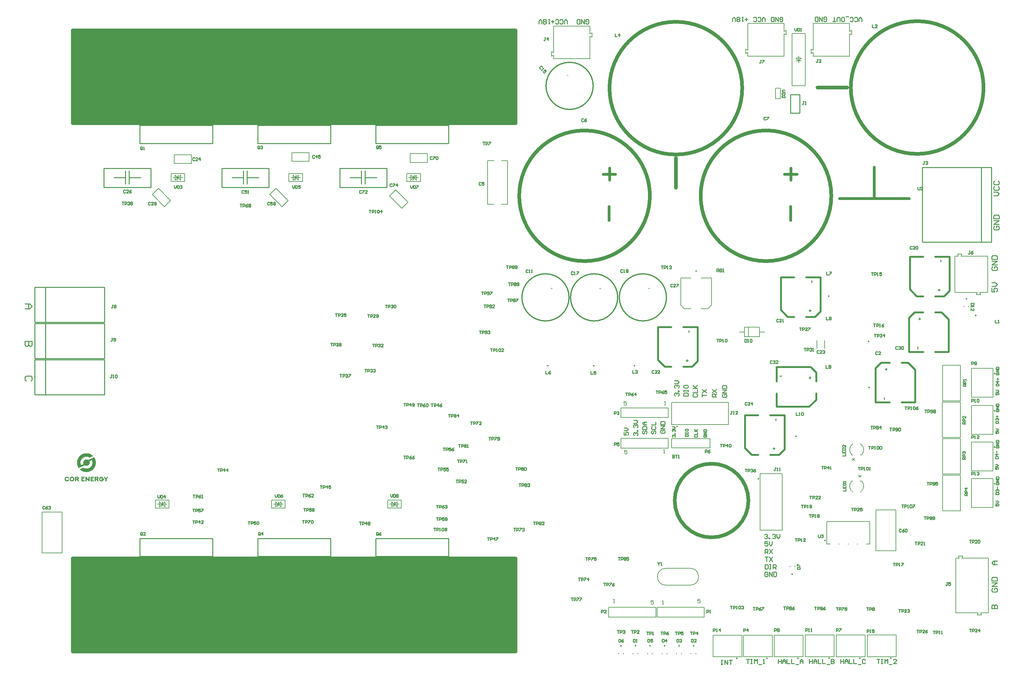
<source format=gbr>
%TF.GenerationSoftware,Altium Limited,Altium Designer,21.6.4 (81)*%
G04 Layer_Color=65535*
%FSLAX43Y43*%
%MOMM*%
%TF.SameCoordinates,76D5CAF9-2094-4FD7-9A7B-915B2AFADFAF*%
%TF.FilePolarity,Positive*%
%TF.FileFunction,Legend,Top*%
%TF.Part,Single*%
G01*
G75*
%TA.AperFunction,NonConductor*%
%ADD110C,0.250*%
%ADD112C,0.152*%
%ADD113C,1.016*%
%ADD114C,0.254*%
%ADD115C,0.200*%
%ADD117C,0.762*%
%ADD124C,0.300*%
%ADD125C,0.508*%
%ADD126C,0.100*%
%ADD127C,1.000*%
%ADD128R,122.225X25.600*%
%ADD129R,122.000X25.600*%
%ADD130R,20.193X1.651*%
G36*
X18035Y59024D02*
X18047D01*
X18113Y59013D01*
X18180D01*
X18224Y59002D01*
X18235D01*
X18291Y58991D01*
X18347Y58980D01*
X18380Y58969D01*
X18391D01*
X18447Y58957D01*
X18502Y58935D01*
X18535Y58924D01*
X18547D01*
X18591Y58902D01*
X18635Y58880D01*
X18669Y58869D01*
X18680D01*
X18724Y58846D01*
X18769Y58835D01*
X18802Y58824D01*
X18813Y58813D01*
X18858Y58791D01*
X18902Y58769D01*
X18935Y58757D01*
X18946Y58746D01*
X19002Y58724D01*
X19046Y58691D01*
X19080Y58669D01*
X19091Y58657D01*
X19169Y58602D01*
X19202Y58591D01*
X19213Y58580D01*
X19258Y58557D01*
X19302Y58524D01*
X19324Y58513D01*
X19335Y58502D01*
X19402Y58446D01*
X19413Y58424D01*
X19424Y58413D01*
X19491Y58369D01*
X19502Y58357D01*
X19513Y58346D01*
X19569Y58280D01*
X19491Y58235D01*
X19469D01*
X19458Y58224D01*
X19435D01*
X19424Y58213D01*
X19391Y58202D01*
X19380Y58191D01*
X19369D01*
X19335Y58169D01*
X19324Y58157D01*
X19313D01*
X19258Y58135D01*
X19246Y58124D01*
X19235D01*
X19191Y58113D01*
X19180Y58102D01*
X19169D01*
X19113Y58069D01*
X19102Y58057D01*
X19091D01*
X19035Y58035D01*
X19024Y58024D01*
X19013D01*
X18624Y57835D01*
X18458Y57924D01*
X18402Y57946D01*
X18380Y57958D01*
X18369D01*
X18313Y57991D01*
X18291Y58002D01*
X18280D01*
X18224Y58013D01*
X18202Y58024D01*
X18191D01*
X18135Y58035D01*
X18113Y58046D01*
X18102D01*
X18047Y58069D01*
X18024D01*
X17958Y58080D01*
X17924D01*
X17858Y58091D01*
X17536D01*
X17480Y58080D01*
X17458Y58069D01*
X17447D01*
X17391Y58057D01*
X17380Y58046D01*
X17313D01*
X17302Y58035D01*
X17291D01*
X17236Y58013D01*
X17224Y58002D01*
X17213D01*
X17158Y57980D01*
X17136Y57969D01*
X17124D01*
X17058Y57946D01*
X17036Y57935D01*
X17024D01*
X16969Y57902D01*
X16913Y57869D01*
X16869Y57846D01*
X16858Y57835D01*
X16802Y57802D01*
X16758Y57769D01*
X16724Y57746D01*
X16713Y57735D01*
X16658Y57691D01*
X16613Y57658D01*
X16580Y57624D01*
X16569Y57613D01*
X16524Y57569D01*
X16491Y57524D01*
X16469Y57491D01*
X16458Y57480D01*
X16413Y57424D01*
X16380Y57369D01*
X16358Y57335D01*
X16347Y57324D01*
X16313Y57269D01*
X16291Y57224D01*
X16269Y57180D01*
X16258Y57169D01*
X16236Y57113D01*
X16213Y57058D01*
X16202Y57013D01*
X16191Y57002D01*
X16169Y56935D01*
X16147Y56880D01*
X16136Y56835D01*
Y56824D01*
X16125Y56758D01*
X16113Y56735D01*
Y56724D01*
Y56669D01*
X16102Y56647D01*
Y56635D01*
Y56558D01*
Y56524D01*
Y56513D01*
Y56469D01*
Y56424D01*
Y56402D01*
Y56391D01*
X16113Y56347D01*
Y56302D01*
Y56269D01*
Y56258D01*
X16125Y56180D01*
Y56158D01*
Y56147D01*
X16136Y56080D01*
X16147Y56058D01*
Y56047D01*
X16158Y55991D01*
X16169Y55969D01*
Y55958D01*
Y55924D01*
Y55913D01*
X16180Y55891D01*
X16191Y55880D01*
Y55858D01*
Y55847D01*
X16213Y55835D01*
X16225Y55824D01*
Y55813D01*
Y55802D01*
X16236Y55791D01*
Y55780D01*
X16247D01*
X16258Y55769D01*
X16269D01*
X16325Y55791D01*
X16369Y55813D01*
X16402Y55835D01*
X16413D01*
X16469Y55858D01*
X16513Y55880D01*
X16547Y55891D01*
X16558D01*
X16602Y55924D01*
X16647Y55947D01*
X16680Y55958D01*
X16691D01*
X16736Y55980D01*
X16780Y56002D01*
X16813Y56024D01*
X16824D01*
X16858Y56035D01*
X16869D01*
X16902Y56058D01*
X16913Y56069D01*
Y56080D01*
Y56091D01*
Y56102D01*
Y56113D01*
X16902Y56124D01*
Y56135D01*
Y56158D01*
Y56169D01*
X16891Y56180D01*
Y56191D01*
Y56202D01*
X16880Y56213D01*
X16858Y56269D01*
X16847Y56324D01*
X16836Y56358D01*
Y56369D01*
Y56424D01*
X16847Y56469D01*
Y56502D01*
Y56513D01*
Y56580D01*
X16858Y56624D01*
X16869Y56658D01*
Y56669D01*
X16891Y56724D01*
X16913Y56780D01*
X16924Y56813D01*
Y56824D01*
X16947Y56869D01*
X16980Y56913D01*
X16991Y56946D01*
X17002Y56958D01*
X17036Y57002D01*
X17069Y57046D01*
X17091Y57069D01*
X17102Y57080D01*
X17180Y57146D01*
X17202Y57169D01*
X17213Y57180D01*
X17269Y57213D01*
X17313Y57235D01*
X17347Y57258D01*
X17358D01*
X17380Y57269D01*
X17391Y57280D01*
X17424Y57291D01*
X17436D01*
X17458Y57302D01*
X17469D01*
X17502Y57313D01*
X17558D01*
X17591Y57324D01*
X17891D01*
X17902Y57313D01*
X17980D01*
X17991Y57302D01*
X18013D01*
X18024Y57291D01*
X18058D01*
X18069Y57280D01*
X18102Y57269D01*
X18113Y57258D01*
X18269Y57180D01*
X19069Y57558D01*
X19158Y57602D01*
X19235Y57635D01*
X19291Y57669D01*
X19302Y57680D01*
X19313D01*
X19413Y57724D01*
X19491Y57769D01*
X19546Y57791D01*
X19569Y57802D01*
X19635Y57824D01*
X19646Y57835D01*
X19658D01*
X19724Y57869D01*
X19746Y57880D01*
X19757D01*
X19791Y57891D01*
X19802Y57902D01*
X19835Y57913D01*
X19869D01*
X19880Y57902D01*
X19891D01*
X19902Y57891D01*
Y57880D01*
X19913Y57869D01*
X19924Y57824D01*
X19935Y57813D01*
X19946Y57791D01*
X19957Y57780D01*
X19969Y57746D01*
X19980Y57735D01*
X19991Y57713D01*
X20002Y57702D01*
X20013Y57669D01*
X20024Y57658D01*
Y57646D01*
X20035Y57602D01*
X20046Y57591D01*
X20124Y57424D01*
X20191Y57280D01*
X20213Y57213D01*
X20224Y57169D01*
X20235Y57135D01*
Y57124D01*
X20280Y56946D01*
X20302Y56858D01*
X20313Y56780D01*
Y56713D01*
X20324Y56669D01*
Y56635D01*
Y56624D01*
Y56447D01*
Y56358D01*
X20313Y56280D01*
Y56213D01*
X20302Y56169D01*
Y56135D01*
Y56124D01*
X20269Y55935D01*
X20257Y55858D01*
X20235Y55780D01*
X20213Y55713D01*
X20202Y55669D01*
X20191Y55636D01*
Y55624D01*
X20124Y55447D01*
X20091Y55369D01*
X20057Y55302D01*
X20024Y55247D01*
X20002Y55202D01*
X19991Y55169D01*
X19980Y55158D01*
X19880Y55002D01*
X19791Y54869D01*
X19746Y54813D01*
X19713Y54780D01*
X19702Y54758D01*
X19691Y54747D01*
X19558Y54602D01*
X19435Y54491D01*
X19391Y54447D01*
X19346Y54425D01*
X19324Y54402D01*
X19313Y54391D01*
X19158Y54291D01*
X19024Y54202D01*
X18969Y54169D01*
X18924Y54147D01*
X18891Y54136D01*
X18880Y54125D01*
X18824Y54102D01*
X18780Y54080D01*
X18747Y54069D01*
X18735Y54058D01*
X18680Y54036D01*
X18635Y54025D01*
X18602Y54013D01*
X18591Y54002D01*
X18547Y53980D01*
X18502Y53958D01*
X18469Y53947D01*
X18458D01*
X18402Y53936D01*
X18358Y53925D01*
X18324Y53913D01*
X18313D01*
X18258Y53902D01*
X18213D01*
X18180Y53891D01*
X18169D01*
X18124Y53880D01*
X18035D01*
X17980Y53869D01*
X17491D01*
X17436Y53880D01*
X17391D01*
X17347Y53891D01*
X17258D01*
X17213Y53902D01*
X17169Y53913D01*
X17136Y53925D01*
X17124D01*
X17080Y53936D01*
X17036D01*
X17002Y53947D01*
X16991D01*
X16913Y53991D01*
X16880Y54002D01*
X16869Y54013D01*
X16813Y54036D01*
X16769Y54047D01*
X16736Y54058D01*
X16724D01*
X16669Y54080D01*
X16624Y54102D01*
X16591Y54125D01*
X16580D01*
X16502Y54169D01*
X16480Y54180D01*
X16469D01*
X16413Y54225D01*
X16391Y54247D01*
X16380D01*
X16302Y54291D01*
X16269Y54313D01*
X16258D01*
X16180Y54369D01*
X16158Y54391D01*
X16147D01*
X16069Y54447D01*
X16047Y54469D01*
X16036D01*
X15958Y54536D01*
X15936Y54547D01*
X15925Y54558D01*
X15913Y54569D01*
X15902Y54580D01*
Y54591D01*
Y54602D01*
Y54613D01*
X15947Y54647D01*
X15969Y54658D01*
X16025Y54680D01*
X16047Y54691D01*
X16091Y54713D01*
X16113Y54724D01*
X16169Y54747D01*
X16180Y54758D01*
X16191D01*
X16258Y54791D01*
X16269Y54802D01*
X16280D01*
X16347Y54836D01*
X16358Y54858D01*
X16369D01*
X16836Y55069D01*
X16958Y55002D01*
X17036Y54958D01*
X17069Y54947D01*
X17080Y54936D01*
X17124Y54924D01*
X17169Y54913D01*
X17202Y54902D01*
X17213D01*
X17269Y54891D01*
X17313Y54869D01*
X17347Y54858D01*
X17358D01*
X17413Y54847D01*
X17469Y54836D01*
X17502Y54824D01*
X17513D01*
X17569Y54813D01*
X17935D01*
X17991Y54824D01*
X18035Y54836D01*
X18069Y54858D01*
X18080D01*
X18169Y54880D01*
X18235Y54891D01*
X18280Y54913D01*
X18302D01*
X18380Y54947D01*
X18447Y54980D01*
X18491Y54991D01*
X18502Y55002D01*
X18580Y55047D01*
X18647Y55091D01*
X18691Y55124D01*
X18702Y55136D01*
X18769Y55191D01*
X18824Y55236D01*
X18869Y55280D01*
X18880Y55291D01*
X18935Y55347D01*
X18980Y55402D01*
X19013Y55447D01*
X19024Y55458D01*
X19080Y55524D01*
X19124Y55591D01*
X19146Y55636D01*
X19158Y55647D01*
X19202Y55724D01*
X19235Y55791D01*
X19246Y55835D01*
X19258Y55858D01*
X19291Y55935D01*
X19313Y56002D01*
X19324Y56047D01*
Y56069D01*
X19335Y56147D01*
X19346Y56180D01*
Y56191D01*
X19358Y56235D01*
Y56280D01*
Y56302D01*
Y56313D01*
Y56380D01*
Y56424D01*
Y56458D01*
Y56469D01*
Y56524D01*
Y56580D01*
X19346Y56624D01*
Y56635D01*
Y56691D01*
Y56735D01*
X19335Y56769D01*
Y56780D01*
X19324Y56835D01*
X19313Y56880D01*
X19302Y56913D01*
Y56924D01*
X19280Y56991D01*
X19269Y57002D01*
Y57013D01*
X19246Y57069D01*
X19235Y57091D01*
X19224Y57102D01*
X19213D01*
X19202Y57113D01*
X19158D01*
X19124Y57102D01*
X19113Y57091D01*
X19091D01*
X19080Y57080D01*
X19013Y57058D01*
X18991Y57046D01*
X18980D01*
X18913Y57013D01*
X18891Y57002D01*
X18880D01*
X18835Y56969D01*
X18824Y56958D01*
X18813D01*
X18769Y56946D01*
X18758Y56935D01*
X18713Y56913D01*
X18702Y56902D01*
X18669Y56891D01*
X18658Y56880D01*
X18624Y56869D01*
X18613Y56858D01*
X18580Y56847D01*
X18569Y56835D01*
X18547D01*
Y56824D01*
Y56813D01*
X18558Y56802D01*
Y56780D01*
Y56769D01*
X18569Y56758D01*
X18580Y56747D01*
Y56735D01*
Y56724D01*
X18591Y56713D01*
Y56702D01*
X18602Y56624D01*
X18613Y56591D01*
Y56580D01*
X18624Y56502D01*
Y56480D01*
Y56469D01*
Y56391D01*
X18613Y56358D01*
Y56347D01*
X18602Y56269D01*
X18591Y56235D01*
Y56224D01*
X18547Y56147D01*
X18535Y56113D01*
Y56102D01*
X18502Y56035D01*
X18491Y56013D01*
Y56002D01*
X18447Y55924D01*
X18435Y55902D01*
X18424Y55891D01*
X18369Y55835D01*
X18347Y55824D01*
X18335Y55813D01*
X18291Y55769D01*
X18280Y55758D01*
X18269Y55747D01*
X18224Y55713D01*
X18213Y55702D01*
X18202Y55691D01*
X18147Y55658D01*
X18135Y55647D01*
X18124D01*
X18080Y55636D01*
X18069Y55624D01*
X18058D01*
X18002Y55613D01*
X17991Y55602D01*
X17980D01*
X17924Y55591D01*
X17913Y55580D01*
X17847D01*
X17824Y55569D01*
X17569D01*
X17547Y55580D01*
X17491D01*
X17469Y55591D01*
X17458Y55602D01*
X17424Y55613D01*
X17413Y55624D01*
X17380Y55636D01*
X17369Y55647D01*
X17202Y55724D01*
X15613Y54969D01*
X15547Y55024D01*
X15514Y55080D01*
X15502Y55102D01*
X15480Y55147D01*
X15469Y55169D01*
X15436Y55247D01*
X15425Y55269D01*
Y55280D01*
X15391Y55358D01*
X15380Y55380D01*
Y55391D01*
X15336Y55458D01*
X15314Y55480D01*
Y55491D01*
X15302Y55536D01*
X15291Y55580D01*
X15280Y55602D01*
Y55613D01*
X15258Y55680D01*
X15247Y55702D01*
Y55713D01*
X15225Y55780D01*
X15214Y55802D01*
Y55813D01*
X15202Y55858D01*
X15191Y55880D01*
Y55947D01*
X15180Y55958D01*
Y55969D01*
Y56002D01*
X15169Y56013D01*
Y56058D01*
Y56080D01*
X15158Y56124D01*
Y56147D01*
Y56202D01*
Y56224D01*
Y56302D01*
Y56324D01*
Y56335D01*
Y56380D01*
Y56424D01*
Y56447D01*
Y56458D01*
Y56535D01*
Y56558D01*
Y56569D01*
Y56647D01*
Y56669D01*
Y56680D01*
Y56724D01*
Y56747D01*
X15169Y56802D01*
Y56824D01*
Y56869D01*
Y56880D01*
X15180Y56924D01*
Y56935D01*
X15191Y56991D01*
Y57013D01*
X15202Y57069D01*
X15214Y57091D01*
X15236Y57146D01*
X15247Y57202D01*
X15258Y57246D01*
Y57258D01*
X15280Y57324D01*
X15302Y57391D01*
X15325Y57435D01*
Y57446D01*
X15358Y57502D01*
X15380Y57558D01*
X15402Y57591D01*
Y57602D01*
X15436Y57669D01*
X15469Y57713D01*
X15480Y57746D01*
X15491Y57758D01*
X15525Y57813D01*
X15558Y57869D01*
X15580Y57902D01*
X15591Y57913D01*
X15636Y57969D01*
X15669Y58024D01*
X15691Y58057D01*
X15702Y58069D01*
X15747Y58113D01*
X15780Y58157D01*
X15813Y58191D01*
X15825Y58202D01*
X15869Y58257D01*
X15913Y58302D01*
X15947Y58335D01*
X15958Y58346D01*
X16002Y58391D01*
X16047Y58424D01*
X16080Y58446D01*
X16091Y58457D01*
X16147Y58502D01*
X16191Y58535D01*
X16225Y58557D01*
X16236Y58569D01*
X16291Y58602D01*
X16336Y58635D01*
X16369Y58646D01*
X16380Y58657D01*
X16436Y58702D01*
X16491Y58724D01*
X16524Y58746D01*
X16536Y58757D01*
X16591Y58780D01*
X16636Y58802D01*
X16669Y58824D01*
X16680D01*
X16747Y58846D01*
X16802Y58869D01*
X16836Y58891D01*
X16847D01*
X16913Y58913D01*
X16969Y58935D01*
X17002Y58946D01*
X17013D01*
X17080Y58969D01*
X17136Y58980D01*
X17169Y58991D01*
X17191D01*
X17247Y59002D01*
X17302Y59013D01*
X17336Y59024D01*
X17347D01*
X17402Y59035D01*
X17991D01*
X18035Y59024D01*
D02*
G37*
G36*
X21935Y52558D02*
X21968D01*
X21991Y52547D01*
X22035D01*
X22046Y52536D01*
X22091D01*
X22102Y52525D01*
X22146Y52514D01*
X22157Y52503D01*
X22279Y52436D01*
X22224Y52358D01*
X22202Y52347D01*
X22191Y52336D01*
X22179Y52325D01*
Y52314D01*
X22168Y52303D01*
X22157Y52291D01*
Y52280D01*
X22146Y52269D01*
Y52258D01*
X22135Y52247D01*
Y52236D01*
X22124D01*
Y52225D01*
X22113D01*
Y52214D01*
X22068D01*
Y52225D01*
X22024D01*
X22002Y52236D01*
X21991Y52247D01*
X21957D01*
X21935Y52269D01*
X21924Y52280D01*
X21824D01*
X21813Y52269D01*
X21791Y52258D01*
X21780D01*
X21724Y52236D01*
X21702Y52225D01*
X21691Y52214D01*
X21646Y52180D01*
X21635Y52169D01*
X21624Y52158D01*
X21591Y52103D01*
X21580Y52080D01*
X21568Y52069D01*
X21546Y52014D01*
X21535Y51991D01*
Y51980D01*
Y51914D01*
Y51891D01*
Y51880D01*
X21546Y51825D01*
X21557Y51803D01*
Y51791D01*
X21602Y51736D01*
X21613Y51725D01*
Y51714D01*
X21657Y51669D01*
X21680Y51658D01*
Y51647D01*
X21691Y51636D01*
X21702Y51625D01*
X21724Y51614D01*
X21735D01*
X21746Y51603D01*
X21757D01*
X21768Y51591D01*
X21946D01*
X21979Y51603D01*
X21991D01*
X22013Y51614D01*
X22024D01*
X22057Y51636D01*
X22068Y51647D01*
X22079Y51658D01*
X22091Y51669D01*
X22102Y51680D01*
X22113Y51691D01*
X22135Y51714D01*
X22146Y51725D01*
X22157Y51758D01*
X22168Y51769D01*
X22202Y51836D01*
X21835D01*
Y52136D01*
X22435D01*
X22457Y52125D01*
X22479D01*
X22491Y52114D01*
X22502D01*
Y52103D01*
X22513Y52091D01*
Y52080D01*
X22524Y52003D01*
Y51980D01*
Y51969D01*
Y51903D01*
Y51880D01*
Y51869D01*
X22513Y51825D01*
X22502Y51780D01*
X22491Y51758D01*
Y51747D01*
X22468Y51669D01*
X22457Y51636D01*
Y51625D01*
X22402Y51569D01*
X22391Y51547D01*
X22379Y51536D01*
X22324Y51480D01*
X22313Y51469D01*
X22302Y51458D01*
X22279Y51425D01*
X22246Y51403D01*
X22224Y51380D01*
X22213D01*
X22146Y51347D01*
X22124Y51336D01*
X22113D01*
X22057Y51325D01*
X22002Y51314D01*
X21957Y51303D01*
X21768D01*
X21713Y51314D01*
X21657Y51325D01*
X21624Y51336D01*
X21613D01*
X21557Y51369D01*
X21513Y51392D01*
X21480Y51414D01*
X21468Y51425D01*
X21391Y51492D01*
X21368Y51514D01*
X21357Y51525D01*
X21324Y51580D01*
X21291Y51625D01*
X21280Y51658D01*
X21268Y51669D01*
X21246Y51725D01*
X21235Y51780D01*
X21224Y51814D01*
Y51825D01*
Y51891D01*
Y51947D01*
Y51980D01*
Y51991D01*
X21235Y52058D01*
Y52080D01*
Y52091D01*
X21257Y52158D01*
X21268Y52180D01*
Y52191D01*
X21302Y52258D01*
X21313Y52269D01*
Y52280D01*
X21357Y52336D01*
X21368Y52358D01*
X21380D01*
X21424Y52403D01*
X21446Y52414D01*
X21502Y52458D01*
X21513Y52469D01*
X21524D01*
X21568Y52503D01*
X21591Y52514D01*
X21613Y52525D01*
X21624D01*
X21691Y52547D01*
X21713Y52558D01*
X21768D01*
X21813Y52569D01*
X21913D01*
X21935Y52558D01*
D02*
G37*
G36*
X23690Y52569D02*
X23724D01*
Y52558D01*
Y52547D01*
Y52536D01*
X23690Y52503D01*
X23679Y52491D01*
Y52480D01*
X23657Y52436D01*
X23646Y52425D01*
X23624Y52380D01*
X23613Y52369D01*
Y52358D01*
X23590Y52325D01*
X23579Y52314D01*
Y52303D01*
X23546Y52247D01*
X23535Y52225D01*
Y52214D01*
X23513Y52169D01*
X23502Y52158D01*
X23490Y52147D01*
X23268Y51758D01*
Y51303D01*
X22946D01*
Y51769D01*
X22724Y52158D01*
X22691Y52214D01*
X22679Y52225D01*
Y52236D01*
X22657Y52291D01*
X22646Y52314D01*
X22635D01*
X22602Y52358D01*
X22591Y52369D01*
X22579Y52414D01*
X22568Y52436D01*
X22546Y52469D01*
X22535Y52491D01*
X22513Y52536D01*
X22502Y52558D01*
Y52569D01*
X22513D01*
X22524Y52580D01*
X22691D01*
X22868Y52569D01*
X22979Y52336D01*
X23013Y52280D01*
X23024Y52258D01*
Y52247D01*
X23068Y52191D01*
X23090Y52169D01*
Y52158D01*
X23102Y52147D01*
X23146D01*
X23157Y52158D01*
Y52169D01*
X23202Y52247D01*
X23213Y52269D01*
Y52280D01*
X23257Y52358D01*
X23268Y52380D01*
Y52391D01*
X23379Y52580D01*
X23679D01*
X23690Y52569D01*
D02*
G37*
G36*
X12503Y52558D02*
X12514D01*
X12580Y52536D01*
X12603Y52525D01*
X12614D01*
X12669Y52503D01*
X12692Y52491D01*
Y52480D01*
X12747Y52447D01*
X12769Y52436D01*
X12825Y52391D01*
X12847Y52380D01*
Y52369D01*
X12892Y52336D01*
X12903Y52325D01*
Y52314D01*
X12914Y52291D01*
Y52280D01*
X12925Y52258D01*
Y52247D01*
X12936Y52236D01*
Y52225D01*
X12947D01*
X12958Y52214D01*
Y52203D01*
Y52191D01*
X12969Y52180D01*
Y52169D01*
Y52158D01*
X12980D01*
Y52147D01*
X12969Y52136D01*
X12958D01*
X12947Y52125D01*
X12936Y52114D01*
X12925D01*
X12914Y52103D01*
X12903D01*
X12892Y52091D01*
X12880D01*
X12869Y52080D01*
X12847D01*
X12836Y52069D01*
X12692Y52014D01*
X12658Y52103D01*
X12647Y52125D01*
X12636Y52136D01*
X12614Y52169D01*
X12603Y52180D01*
X12580Y52191D01*
X12569Y52203D01*
X12547Y52214D01*
X12536Y52225D01*
X12503Y52236D01*
X12492D01*
X12469Y52247D01*
X12458Y52258D01*
X12425Y52269D01*
X12414D01*
X12380Y52280D01*
X12325D01*
X12314Y52269D01*
X12281Y52258D01*
X12269D01*
X12236Y52247D01*
X12225Y52236D01*
X12203D01*
X12192Y52225D01*
X12169Y52214D01*
X12158Y52203D01*
X12136Y52191D01*
X12125Y52180D01*
X12114Y52147D01*
X12103Y52136D01*
X12092Y52114D01*
X12081Y52103D01*
X12058Y52047D01*
X12047Y52025D01*
Y52014D01*
X12036Y51958D01*
Y51936D01*
Y51925D01*
X12047Y51869D01*
Y51847D01*
Y51836D01*
X12069Y51780D01*
X12081Y51769D01*
Y51758D01*
X12114Y51714D01*
X12136Y51703D01*
Y51691D01*
X12181Y51658D01*
X12203Y51647D01*
X12258Y51614D01*
X12269Y51603D01*
X12281D01*
X12347Y51591D01*
X12469D01*
X12480Y51603D01*
X12492D01*
X12503Y51614D01*
X12514Y51625D01*
X12525D01*
X12547Y51647D01*
X12558Y51658D01*
X12580Y51680D01*
X12592Y51691D01*
X12603Y51703D01*
X12614Y51714D01*
X12625Y51725D01*
X12636Y51736D01*
X12647Y51747D01*
X12658Y51758D01*
Y51769D01*
X12669Y51780D01*
X12680Y51791D01*
X12692Y51803D01*
Y51814D01*
X12703Y51825D01*
X12758D01*
X12780Y51814D01*
X12825D01*
X12847Y51803D01*
X12880Y51791D01*
X12892Y51780D01*
X12936Y51769D01*
X12947Y51758D01*
X12958D01*
X12969Y51747D01*
X12980Y51736D01*
Y51725D01*
Y51691D01*
X12969Y51680D01*
X12958Y51647D01*
X12947Y51636D01*
Y51625D01*
X12925Y51591D01*
X12914Y51580D01*
X12880Y51547D01*
X12869Y51536D01*
Y51525D01*
X12836Y51492D01*
X12825Y51480D01*
X12780Y51447D01*
X12769Y51436D01*
X12758D01*
X12725Y51392D01*
X12714Y51380D01*
X12703D01*
X12669Y51369D01*
X12658Y51358D01*
X12647D01*
X12592Y51336D01*
X12580Y51325D01*
X12569D01*
X12514Y51314D01*
X12492Y51303D01*
X12414D01*
X12392Y51292D01*
X12380D01*
X12325Y51303D01*
X12292D01*
X12236Y51314D01*
X12203D01*
X12147Y51336D01*
X12125Y51347D01*
X12114D01*
X12058Y51369D01*
X12047Y51380D01*
X12036D01*
X11992Y51414D01*
X11981Y51436D01*
X11969D01*
X11925Y51458D01*
X11892Y51492D01*
X11869Y51503D01*
X11858Y51514D01*
X11814Y51580D01*
X11803Y51603D01*
Y51614D01*
X11781Y51658D01*
X11758Y51703D01*
X11747Y51725D01*
Y51736D01*
X11736Y51780D01*
Y51825D01*
X11725Y51858D01*
Y51869D01*
Y51914D01*
Y51958D01*
Y51991D01*
Y52003D01*
X11736Y52047D01*
X11747Y52091D01*
X11758Y52114D01*
Y52125D01*
X11769Y52169D01*
X11781Y52214D01*
X11803Y52236D01*
Y52247D01*
X11847Y52325D01*
X11869Y52347D01*
Y52358D01*
X11892Y52380D01*
X11903Y52391D01*
X11936Y52425D01*
X11958Y52436D01*
X11981Y52447D01*
X11992Y52458D01*
X12025Y52469D01*
X12036Y52480D01*
X12058Y52503D01*
X12069Y52514D01*
X12103Y52525D01*
X12114Y52536D01*
X12147Y52547D01*
X12169D01*
X12214Y52558D01*
X12225D01*
X12292Y52569D01*
X12480D01*
X12503Y52558D01*
D02*
G37*
G36*
X18635Y52569D02*
X18647Y51303D01*
X18502D01*
X18480Y51314D01*
X18469D01*
X18447Y51325D01*
X18435D01*
X18424Y51336D01*
X18413Y51347D01*
X18380Y51369D01*
X18369Y51380D01*
X18358D01*
X18335Y51414D01*
X18324Y51436D01*
X18247Y51503D01*
X18224Y51525D01*
X18213Y51536D01*
X18147Y51614D01*
X18124Y51647D01*
X18113Y51658D01*
X17791Y51991D01*
X17780Y51303D01*
X17458D01*
Y51947D01*
Y52580D01*
X17591D01*
X17602Y52569D01*
X17613Y52558D01*
X17624Y52547D01*
X17658Y52536D01*
X17669Y52525D01*
X17702Y52491D01*
X17713Y52480D01*
Y52469D01*
X17758Y52436D01*
X17769Y52425D01*
X17835Y52358D01*
X17858Y52336D01*
X17869Y52325D01*
X17947Y52258D01*
X17969Y52225D01*
X17980Y52214D01*
X18324Y51858D01*
Y52591D01*
X18635Y52569D01*
D02*
G37*
G36*
X20391Y52580D02*
X20624D01*
X20657Y52569D01*
X20735D01*
X20746Y52558D01*
X20802D01*
X20824Y52547D01*
X20868Y52536D01*
X20880Y52525D01*
X20913Y52503D01*
X20924Y52491D01*
Y52480D01*
X20957Y52447D01*
X20968Y52436D01*
X21002Y52403D01*
X21013Y52391D01*
X21035Y52347D01*
X21046Y52336D01*
Y52325D01*
X21057Y52280D01*
Y52269D01*
Y52258D01*
X21068Y52203D01*
Y52180D01*
Y52169D01*
Y52125D01*
X21057Y52114D01*
Y52103D01*
X21046Y52047D01*
X21035Y52036D01*
Y52025D01*
X21024Y51980D01*
X21013Y51969D01*
Y51958D01*
X20980Y51914D01*
X20968Y51903D01*
X20935Y51880D01*
X20924Y51869D01*
X20913D01*
X20902Y51858D01*
X20891D01*
X20880Y51847D01*
Y51836D01*
X20857D01*
Y51825D01*
X20846D01*
X20857Y51791D01*
X20868Y51780D01*
X20880Y51769D01*
X20891Y51758D01*
X20902Y51725D01*
X20913Y51714D01*
X20935Y51691D01*
X20946Y51680D01*
X20957Y51647D01*
X20968Y51636D01*
Y51625D01*
X20980Y51580D01*
X20991Y51569D01*
X21013Y51536D01*
X21024Y51525D01*
X21035Y51492D01*
X21046Y51480D01*
X21057Y51458D01*
X21068Y51447D01*
X21080Y51414D01*
X21091Y51403D01*
Y51392D01*
X21102Y51369D01*
X21113Y51358D01*
X21124Y51336D01*
X21135Y51325D01*
Y51314D01*
X21124Y51303D01*
X20791D01*
X20646Y51536D01*
X20613Y51591D01*
X20602Y51614D01*
X20569Y51669D01*
X20557Y51691D01*
Y51703D01*
X20546Y51714D01*
X20535Y51736D01*
X20524Y51747D01*
X20502Y51758D01*
X20491D01*
X20480Y51769D01*
X20469D01*
X20446Y51780D01*
X20435D01*
X20424Y51791D01*
X20324D01*
Y51303D01*
X20002D01*
Y51947D01*
Y52591D01*
X20391Y52580D01*
D02*
G37*
G36*
X19791D02*
X19802Y52291D01*
X19180D01*
Y52147D01*
X19635Y52136D01*
Y51869D01*
X19180Y51836D01*
Y51591D01*
X19791Y51580D01*
X19802Y51303D01*
X18869D01*
Y51947D01*
Y52591D01*
X19791Y52580D01*
D02*
G37*
G36*
X17236D02*
X17258Y52303D01*
X16636D01*
Y52147D01*
X17113D01*
Y51858D01*
X16636D01*
Y51591D01*
X17247Y51580D01*
X17258Y51303D01*
X16325D01*
Y51947D01*
X16313D01*
Y52591D01*
X17236Y52580D01*
D02*
G37*
G36*
X15025Y52569D02*
X15258D01*
X15314Y52558D01*
X15325Y52547D01*
X15391D01*
X15414Y52536D01*
X15447D01*
X15458Y52525D01*
X15491Y52503D01*
X15502Y52491D01*
Y52480D01*
X15525Y52447D01*
X15536Y52436D01*
X15569Y52414D01*
X15591Y52403D01*
X15613Y52347D01*
X15625Y52336D01*
Y52325D01*
X15636Y52269D01*
X15647Y52258D01*
Y52247D01*
Y52191D01*
Y52169D01*
Y52158D01*
Y52114D01*
Y52103D01*
Y52091D01*
X15625Y52036D01*
X15613Y52025D01*
Y52014D01*
X15591Y51969D01*
X15580Y51958D01*
Y51947D01*
X15536Y51903D01*
X15525Y51891D01*
X15491Y51858D01*
X15480Y51847D01*
X15469Y51836D01*
X15458D01*
X15447Y51825D01*
Y51814D01*
Y51803D01*
Y51791D01*
X15458D01*
Y51780D01*
X15469Y51758D01*
Y51747D01*
X15480Y51725D01*
Y51714D01*
X15514Y51658D01*
X15525Y51647D01*
Y51636D01*
X15547Y51591D01*
X15558Y51580D01*
Y51569D01*
X15591Y51536D01*
X15602Y51525D01*
X15613Y51492D01*
X15625Y51480D01*
X15636Y51458D01*
X15647Y51447D01*
X15658Y51414D01*
X15669Y51403D01*
Y51392D01*
X15680Y51369D01*
X15691Y51358D01*
X15702Y51336D01*
X15713Y51325D01*
Y51314D01*
X15702D01*
X15691Y51303D01*
X15369D01*
X15225Y51547D01*
X15191Y51603D01*
X15180Y51614D01*
Y51625D01*
X15147Y51691D01*
X15136Y51703D01*
X15125Y51714D01*
X15114Y51725D01*
X15102Y51736D01*
X15091Y51747D01*
X15080Y51758D01*
Y51769D01*
X15069D01*
X15058Y51780D01*
X15014D01*
X15002Y51791D01*
X14991D01*
X14891Y51780D01*
X14880Y51303D01*
X14569D01*
Y51936D01*
Y52580D01*
X14969D01*
X15025Y52569D01*
D02*
G37*
G36*
X13814D02*
X13825Y52558D01*
X13903D01*
X13925Y52547D01*
X13936D01*
X13991Y52525D01*
X14014Y52514D01*
X14080Y52491D01*
X14091Y52480D01*
X14103Y52469D01*
X14147Y52436D01*
X14169Y52425D01*
Y52414D01*
X14214Y52369D01*
X14236Y52358D01*
X14291Y52269D01*
X14314Y52236D01*
Y52225D01*
X14347Y52169D01*
X14369Y52125D01*
X14380Y52091D01*
Y52080D01*
Y52014D01*
Y51958D01*
Y51914D01*
Y51903D01*
Y51847D01*
X14369Y51803D01*
X14358Y51769D01*
Y51758D01*
X14336Y51703D01*
X14314Y51647D01*
X14303Y51614D01*
X14291Y51603D01*
X14258Y51558D01*
X14236Y51514D01*
X14214Y51492D01*
X14203Y51480D01*
X14125Y51414D01*
X14091Y51392D01*
X14080Y51380D01*
X14025Y51358D01*
X13980Y51336D01*
X13947Y51325D01*
X13936D01*
X13903Y51314D01*
X13891Y51303D01*
X13758D01*
X13714Y51314D01*
X13614D01*
X13569Y51325D01*
X13547D01*
X13514Y51336D01*
X13491D01*
X13458Y51347D01*
X13447Y51358D01*
X13380Y51392D01*
X13358Y51414D01*
X13347D01*
X13303Y51469D01*
X13292Y51480D01*
X13280Y51492D01*
X13225Y51547D01*
X13214Y51558D01*
X13203Y51569D01*
X13158Y51636D01*
X13147Y51658D01*
Y51669D01*
X13125Y51736D01*
X13114Y51747D01*
Y51758D01*
X13103Y51836D01*
X13092Y51869D01*
Y51880D01*
Y51947D01*
Y51969D01*
Y51980D01*
X13103Y52058D01*
Y52080D01*
Y52091D01*
X13114Y52147D01*
X13125Y52169D01*
X13147Y52225D01*
X13158Y52247D01*
X13192Y52303D01*
X13214Y52325D01*
X13258Y52369D01*
X13269Y52380D01*
X13314Y52425D01*
X13336Y52436D01*
X13380Y52469D01*
X13403Y52480D01*
X13458Y52514D01*
X13480Y52525D01*
X13547Y52547D01*
X13558Y52558D01*
X13569D01*
X13636Y52569D01*
X13658D01*
X13725Y52580D01*
X13747D01*
X13814Y52569D01*
D02*
G37*
%LPC*%
G36*
X20624Y52291D02*
X20335D01*
Y52069D01*
X20535D01*
X20580Y52080D01*
X20635D01*
X20669Y52091D01*
X20680D01*
X20691Y52103D01*
X20702D01*
X20724Y52114D01*
X20735Y52125D01*
X20746Y52136D01*
Y52147D01*
Y52158D01*
Y52169D01*
Y52180D01*
Y52191D01*
Y52203D01*
X20735D01*
Y52214D01*
Y52225D01*
X20724D01*
Y52236D01*
Y52247D01*
X20702D01*
Y52258D01*
X20691D01*
Y52269D01*
X20680D01*
X20669Y52280D01*
X20635D01*
X20624Y52291D01*
D02*
G37*
G36*
X15214D02*
X14880D01*
X14891Y52080D01*
X15047D01*
X15069Y52069D01*
X15158D01*
X15180Y52080D01*
X15214D01*
X15225Y52091D01*
X15247D01*
X15258Y52103D01*
X15269D01*
X15280Y52114D01*
X15291D01*
X15302Y52125D01*
X15314Y52136D01*
Y52147D01*
Y52158D01*
X15325Y52169D01*
Y52180D01*
Y52191D01*
Y52203D01*
Y52214D01*
X15314Y52225D01*
X15302Y52236D01*
X15291D01*
Y52247D01*
X15280Y52258D01*
X15269Y52269D01*
X15258D01*
Y52280D01*
X15225D01*
X15214Y52291D01*
D02*
G37*
G36*
X13825Y52280D02*
X13691D01*
X13647Y52258D01*
X13636Y52247D01*
X13625D01*
X13580Y52236D01*
X13569Y52225D01*
X13558D01*
X13525Y52191D01*
X13514Y52180D01*
X13480Y52158D01*
X13469Y52147D01*
Y52136D01*
X13458Y52114D01*
X13447Y52103D01*
X13436Y52080D01*
X13425Y52069D01*
Y52025D01*
X13414Y52014D01*
Y52003D01*
Y51969D01*
Y51958D01*
Y51914D01*
Y51903D01*
X13425Y51858D01*
Y51847D01*
Y51836D01*
X13436Y51803D01*
Y51791D01*
X13458Y51758D01*
X13469Y51747D01*
X13491Y51714D01*
X13503Y51703D01*
X13536Y51669D01*
X13547Y51658D01*
X13580Y51636D01*
X13603Y51625D01*
X13658Y51603D01*
X13680D01*
X13725Y51591D01*
X13814D01*
X13858Y51603D01*
X13880Y51614D01*
X13925Y51636D01*
X13936Y51658D01*
X13980Y51691D01*
X13991Y51703D01*
X14014Y51758D01*
X14025Y51769D01*
Y51780D01*
X14047Y51836D01*
Y51847D01*
Y51858D01*
X14058Y51925D01*
Y51936D01*
Y51947D01*
Y52014D01*
X14047Y52025D01*
Y52036D01*
X14036Y52091D01*
X14025Y52114D01*
X14003Y52158D01*
X13991Y52169D01*
X13958Y52214D01*
X13947Y52225D01*
X13936D01*
X13903Y52236D01*
X13891Y52247D01*
X13880D01*
X13836Y52269D01*
X13825Y52280D01*
D02*
G37*
%LPD*%
D110*
X180593Y66452D02*
G03*
X180593Y66452I-125J0D01*
G01*
X239530Y2550D02*
G03*
X239530Y2550I-125J0D01*
G01*
X203027Y51996D02*
G03*
X203027Y51996I-125J0D01*
G01*
X221395Y35010D02*
G03*
X221395Y35010I-125J0D01*
G01*
X233525Y77175D02*
G03*
X233525Y77175I-125J0D01*
G01*
X262925Y97025D02*
G03*
X262925Y97025I-125J0D01*
G01*
X222400Y102350D02*
G03*
X222400Y102350I-125J0D01*
G01*
X233400Y89883D02*
G03*
X233400Y89883I-125J0D01*
G01*
X260350Y101618D02*
G03*
X260350Y101618I-125J0D01*
G01*
X185875Y109275D02*
G03*
X185875Y109275I-125J0D01*
G01*
X144997Y83150D02*
G03*
X144997Y83150I-125J0D01*
G01*
X157690D02*
G03*
X157690Y83150I-125J0D01*
G01*
X168875D02*
G03*
X168875Y83150I-125J0D01*
G01*
X212325Y25725D02*
G03*
X212325Y25725I-125J0D01*
G01*
X230975Y2550D02*
G03*
X230975Y2550I-125J0D01*
G01*
X222500Y2551D02*
G03*
X222500Y2551I-125J0D01*
G01*
X197067Y2525D02*
G03*
X197067Y2525I-125J0D01*
G01*
X213918Y2529D02*
G03*
X213918Y2529I-125J0D01*
G01*
X205410Y2520D02*
G03*
X205410Y2520I-125J0D01*
G01*
X213400Y63725D02*
G03*
X213400Y63725I-125J0D01*
G01*
X268131Y60724D02*
G03*
X268131Y60724I-125J0D01*
G01*
Y50624D02*
G03*
X268131Y50624I-125J0D01*
G01*
Y80999D02*
G03*
X268131Y80999I-125J0D01*
G01*
Y70734D02*
G03*
X268131Y70734I-125J0D01*
G01*
X169171Y5971D02*
G03*
X169171Y5971I-125J0D01*
G01*
X173171D02*
G03*
X173171Y5971I-125J0D01*
G01*
X165171D02*
G03*
X165171Y5971I-125J0D01*
G01*
X177171D02*
G03*
X177171Y5971I-125J0D01*
G01*
X181171D02*
G03*
X181171Y5971I-125J0D01*
G01*
X185171D02*
G03*
X185171Y5971I-125J0D01*
G01*
D112*
X166567Y73300D02*
X165890D01*
Y72792D01*
X166229Y72961D01*
X166398D01*
X166567Y72792D01*
Y72453D01*
X166398Y72284D01*
X166059D01*
X165890Y72453D01*
X177016Y72359D02*
X177354D01*
X177185D01*
Y73375D01*
X177016Y73205D01*
X166727Y59841D02*
X166050D01*
Y59333D01*
X166389Y59502D01*
X166558D01*
X166727Y59333D01*
Y58994D01*
X166558Y58825D01*
X166219D01*
X166050Y58994D01*
X176750Y59118D02*
X177089D01*
X176919D01*
Y60134D01*
X176750Y59965D01*
X186877Y18791D02*
X186200D01*
Y18283D01*
X186539Y18452D01*
X186708D01*
X186877Y18283D01*
Y17944D01*
X186708Y17775D01*
X186369D01*
X186200Y17944D01*
X176411Y17450D02*
X176750D01*
X176581D01*
Y18466D01*
X176411Y18296D01*
X229492Y57460D02*
X228730D01*
X228984D01*
X229492Y56952D01*
X229111Y57333D01*
X228730Y56952D01*
X230508Y52540D02*
X231270D01*
X231016D01*
X230508Y53048D01*
X230889Y52667D01*
X231270Y53048D01*
X163021Y17821D02*
X163360D01*
X163191D01*
Y18837D01*
X163021Y18668D01*
X174027Y18466D02*
X173350D01*
Y17958D01*
X173689Y18127D01*
X173858D01*
X174027Y17958D01*
Y17619D01*
X173858Y17450D01*
X173519D01*
X173350Y17619D01*
D113*
X161872Y159546D02*
G03*
X161872Y159666I18288J120D01*
G01*
X223000Y130000D02*
G03*
X223000Y130000I-18000J0D01*
G01*
X246546Y178128D02*
G03*
X246666Y178128I120J-18288D01*
G01*
X173000Y130000D02*
G03*
X173000Y130000I-18000J0D01*
G01*
X200160Y46000D02*
G03*
X200160Y46000I-10160J0D01*
G01*
X180160Y132234D02*
Y140362D01*
X219234Y159840D02*
X227362D01*
D114*
X97467Y150921D02*
X117533D01*
Y149524D02*
Y150921D01*
X97467Y149524D02*
Y150921D01*
Y144444D02*
Y149524D01*
X117533Y144444D02*
Y149524D01*
X97467D02*
X117533D01*
X97467Y144444D02*
X117533D01*
X97467Y149524D02*
Y150921D01*
X117533Y149524D02*
Y150921D01*
X97467D02*
X117533D01*
X97467Y149524D02*
X117533D01*
X64967Y150921D02*
X85033D01*
Y149524D02*
Y150921D01*
X64967Y149524D02*
Y150921D01*
Y144444D02*
Y149524D01*
X85033Y144444D02*
Y149524D01*
X64967D02*
X85033D01*
X64967Y144444D02*
X85033D01*
X64967Y149524D02*
Y150921D01*
X85033Y149524D02*
Y150921D01*
X64967D02*
X85033D01*
X64967Y149524D02*
X85033D01*
X32467Y150921D02*
X52533D01*
Y149524D02*
Y150921D01*
X32467Y149524D02*
Y150921D01*
Y144444D02*
Y149524D01*
X52533Y144444D02*
Y149524D01*
X32467D02*
X52533D01*
X32467Y144444D02*
X52533D01*
X32467Y149524D02*
Y150921D01*
X52533Y149524D02*
Y150921D01*
X32467D02*
X52533D01*
X32467Y149524D02*
X52533D01*
X211730Y152845D02*
Y154369D01*
Y156401D02*
Y157925D01*
X214270Y152845D02*
Y157925D01*
X211730Y152845D02*
X214270D01*
X211730Y154369D02*
Y156401D01*
Y157925D02*
X214270D01*
X87523Y137540D02*
X100477D01*
X87523Y132333D02*
X100477D01*
X87523D02*
Y137540D01*
X100477Y132333D02*
Y137540D01*
X94508Y135000D02*
X97683D01*
X90317D02*
X93492D01*
X94508D02*
Y136905D01*
Y133222D02*
Y135000D01*
X93492Y133222D02*
Y135000D01*
Y136905D01*
X55023Y137540D02*
X67977D01*
X55023Y132333D02*
X67977D01*
X55023D02*
Y137540D01*
X67977Y132333D02*
Y137540D01*
X62008Y135000D02*
X65183D01*
X57817D02*
X60992D01*
X62008D02*
Y136905D01*
Y133222D02*
Y135000D01*
X60992Y133222D02*
Y135000D01*
Y136905D01*
X22523Y137540D02*
X35477D01*
X22523Y132333D02*
X35477D01*
X22523D02*
Y137540D01*
X35477Y132333D02*
Y137540D01*
X29508Y135000D02*
X32683D01*
X25317D02*
X28492D01*
X29508D02*
Y136905D01*
Y133222D02*
Y135000D01*
X28492Y133222D02*
Y135000D01*
Y136905D01*
X3491Y85174D02*
Y94826D01*
X22668Y85174D02*
Y94826D01*
X3491Y85174D02*
X22668D01*
X3491Y94826D02*
X22668D01*
X6412Y85174D02*
Y94826D01*
X22668Y85174D02*
Y94826D01*
X6412Y85174D02*
X22668D01*
X6412Y94826D02*
X22668D01*
X234746Y129255D02*
Y137891D01*
X3491Y95174D02*
Y104826D01*
X22668Y95174D02*
Y104826D01*
X3491Y95174D02*
X22668D01*
X3491Y104826D02*
X22668D01*
X6412Y95174D02*
Y104826D01*
X22668Y95174D02*
Y104826D01*
X6412Y95174D02*
X22668D01*
X6412Y104826D02*
X22668D01*
X3491Y75174D02*
Y84826D01*
X22668Y75174D02*
Y84826D01*
X3491Y75174D02*
X22668D01*
X3491Y84826D02*
X22668D01*
X6412Y75174D02*
Y84826D01*
X22668Y75174D02*
Y84826D01*
X6412Y75174D02*
X22668D01*
X6412Y84826D02*
X22668D01*
X248099Y117236D02*
X264355D01*
X248099Y137810D02*
X264355D01*
X248099Y117236D02*
Y137810D01*
X264355Y117236D02*
Y137810D01*
X248099Y117236D02*
X267149D01*
X248099Y137810D02*
X267149D01*
X248099Y117236D02*
Y137810D01*
X267149Y117236D02*
Y137810D01*
X32467Y29079D02*
X52533D01*
X32467D02*
Y30476D01*
X52533Y29079D02*
Y30476D01*
Y35556D01*
X32467Y30476D02*
Y35556D01*
Y30476D02*
X52533D01*
X32467Y35556D02*
X52533D01*
Y29079D02*
Y30476D01*
X32467Y29079D02*
Y30476D01*
Y29079D02*
X52533D01*
X32467Y30476D02*
X52533D01*
X64967Y29079D02*
X85033D01*
X64967D02*
Y30476D01*
X85033Y29079D02*
Y30476D01*
Y35556D01*
X64967Y30476D02*
Y35556D01*
Y30476D02*
X85033D01*
X64967Y35556D02*
X85033D01*
Y29079D02*
Y30476D01*
X64967Y29079D02*
Y30476D01*
Y29079D02*
X85033D01*
X64967Y30476D02*
X85033D01*
X97467Y29079D02*
X117533D01*
X97467D02*
Y30476D01*
X117533Y29079D02*
Y30476D01*
Y35556D01*
X97467Y30476D02*
Y35556D01*
Y30476D02*
X117533D01*
X97467Y35556D02*
X117533D01*
Y29079D02*
Y30476D01*
X97467Y29079D02*
Y30476D01*
Y29079D02*
X117533D01*
X97467Y30476D02*
X117533D01*
X267976Y121620D02*
X267723Y121366D01*
Y120858D01*
X267976Y120604D01*
X268992D01*
X269246Y120858D01*
Y121366D01*
X268992Y121620D01*
X268484D01*
Y121112D01*
X269246Y122128D02*
X267723D01*
X269246Y123143D01*
X267723D01*
Y123651D02*
X269246D01*
Y124413D01*
X268992Y124667D01*
X267976D01*
X267723Y124413D01*
Y123651D01*
X253175Y112318D02*
Y111785D01*
X252680Y104317D02*
Y103784D01*
X252946Y104050D02*
X252413D01*
X268526Y50923D02*
X268392Y50790D01*
Y50523D01*
X268526Y50390D01*
X269059D01*
X269192Y50523D01*
Y50790D01*
X269059Y50923D01*
X268792D01*
Y50656D01*
X269192Y51189D02*
X268392D01*
X269192Y51723D01*
X268392D01*
Y51989D02*
X269192D01*
Y52389D01*
X269059Y52522D01*
X268526D01*
X268392Y52389D01*
Y51989D01*
X268526Y61023D02*
X268392Y60890D01*
Y60623D01*
X268526Y60490D01*
X269059D01*
X269192Y60623D01*
Y60890D01*
X269059Y61023D01*
X268792D01*
Y60756D01*
X269192Y61289D02*
X268392D01*
X269192Y61823D01*
X268392D01*
Y62089D02*
X269192D01*
Y62489D01*
X269059Y62622D01*
X268526D01*
X268392Y62489D01*
Y62089D01*
X268529Y81215D02*
X268395Y81081D01*
Y80815D01*
X268529Y80681D01*
X269062D01*
X269195Y80815D01*
Y81081D01*
X269062Y81215D01*
X268795D01*
Y80948D01*
X269195Y81481D02*
X268395D01*
X269195Y82014D01*
X268395D01*
Y82281D02*
X269195D01*
Y82681D01*
X269062Y82814D01*
X268529D01*
X268395Y82681D01*
Y82281D01*
X268321Y47679D02*
X269121D01*
Y48079D01*
X268988Y48212D01*
X268455D01*
X268321Y48079D01*
Y47679D01*
X268455Y48479D02*
X268321Y48612D01*
Y48879D01*
X268455Y49012D01*
X268588D01*
X268721Y48879D01*
Y48745D01*
Y48879D01*
X268854Y49012D01*
X268988D01*
X269121Y48879D01*
Y48612D01*
X268988Y48479D01*
X268721Y49278D02*
Y49812D01*
X268271Y67304D02*
X269071D01*
Y67704D01*
X268938Y67837D01*
X268405D01*
X268271Y67704D01*
Y67304D01*
X268405Y68104D02*
X268271Y68237D01*
Y68504D01*
X268405Y68637D01*
X268538D01*
X268671Y68504D01*
Y68370D01*
Y68504D01*
X268804Y68637D01*
X268938D01*
X269071Y68504D01*
Y68237D01*
X268938Y68104D01*
X268671Y68903D02*
Y69437D01*
X268405Y69170D02*
X268938D01*
X268196Y57579D02*
X268996D01*
Y57979D01*
X268863Y58112D01*
X268330D01*
X268196Y57979D01*
Y57579D01*
X268996Y58779D02*
X268196D01*
X268596Y58379D01*
Y58912D01*
Y59178D02*
Y59712D01*
X268395Y77604D02*
X269195D01*
Y78004D01*
X269062Y78137D01*
X268529D01*
X268395Y78004D01*
Y77604D01*
X269195Y78804D02*
X268395D01*
X268795Y78404D01*
Y78937D01*
Y79203D02*
Y79737D01*
X268529Y79470D02*
X269062D01*
X268530Y71037D02*
X268396Y70904D01*
Y70637D01*
X268530Y70504D01*
X269063D01*
X269196Y70637D01*
Y70904D01*
X269063Y71037D01*
X268796D01*
Y70771D01*
X269196Y71304D02*
X268396D01*
X269196Y71837D01*
X268396D01*
Y72103D02*
X269196D01*
Y72503D01*
X269063Y72637D01*
X268530D01*
X268396Y72503D01*
Y72103D01*
X268321Y45061D02*
Y44528D01*
X268721D01*
X268588Y44795D01*
Y44928D01*
X268721Y45061D01*
X268988D01*
X269121Y44928D01*
Y44662D01*
X268988Y44528D01*
X268321Y45328D02*
X268854D01*
X269121Y45595D01*
X268854Y45861D01*
X268321D01*
X268196Y55161D02*
Y54628D01*
X268596D01*
X268463Y54895D01*
Y55028D01*
X268596Y55161D01*
X268863D01*
X268996Y55028D01*
Y54762D01*
X268863Y54628D01*
X268196Y55428D02*
X268729D01*
X268996Y55695D01*
X268729Y55961D01*
X268196D01*
X268271Y65001D02*
Y64468D01*
X268671D01*
X268538Y64735D01*
Y64868D01*
X268671Y65001D01*
X268938D01*
X269071Y64868D01*
Y64602D01*
X268938Y64468D01*
X268271Y65268D02*
X268804D01*
X269071Y65535D01*
X268804Y65801D01*
X268271D01*
X268346Y75662D02*
Y75129D01*
X268746D01*
X268613Y75396D01*
Y75529D01*
X268746Y75662D01*
X269013D01*
X269146Y75529D01*
Y75262D01*
X269013Y75129D01*
X268346Y75929D02*
X268879D01*
X269146Y76195D01*
X268879Y76462D01*
X268346D01*
X168649Y63929D02*
X168449Y64129D01*
Y64529D01*
X168649Y64729D01*
X168849D01*
X169049Y64529D01*
Y64329D01*
Y64529D01*
X169249Y64729D01*
X169449D01*
X169649Y64529D01*
Y64129D01*
X169449Y63929D01*
X169649Y65129D02*
X169449D01*
Y65329D01*
X169649D01*
Y65129D01*
X168649Y66128D02*
X168449Y66328D01*
Y66728D01*
X168649Y66928D01*
X168849D01*
X169049Y66728D01*
Y66528D01*
Y66728D01*
X169249Y66928D01*
X169449D01*
X169649Y66728D01*
Y66328D01*
X169449Y66128D01*
X168449Y67328D02*
X169249D01*
X169649Y67728D01*
X169249Y68128D01*
X168449D01*
X171174Y65229D02*
X170974Y65029D01*
Y64629D01*
X171174Y64429D01*
X171374D01*
X171574Y64629D01*
Y65029D01*
X171773Y65229D01*
X171973D01*
X172173Y65029D01*
Y64629D01*
X171973Y64429D01*
X170974Y65629D02*
X172173D01*
Y66228D01*
X171973Y66428D01*
X171174D01*
X170974Y66228D01*
Y65629D01*
X172173Y66828D02*
X171374D01*
X170974Y67228D01*
X171374Y67628D01*
X172173D01*
X171574D01*
Y66828D01*
X165849Y64845D02*
Y64045D01*
X166449D01*
X166249Y64445D01*
Y64645D01*
X166449Y64845D01*
X166849D01*
X167049Y64645D01*
Y64245D01*
X166849Y64045D01*
X165849Y65245D02*
X166649D01*
X167049Y65644D01*
X166649Y66044D01*
X165849D01*
X173622Y65229D02*
X173422Y65029D01*
Y64629D01*
X173622Y64429D01*
X173822D01*
X174022Y64629D01*
Y65029D01*
X174222Y65229D01*
X174422D01*
X174622Y65029D01*
Y64629D01*
X174422Y64429D01*
X173622Y66428D02*
X173422Y66228D01*
Y65828D01*
X173622Y65628D01*
X174422D01*
X174622Y65828D01*
Y66228D01*
X174422Y66428D01*
X173422Y66828D02*
X174622D01*
Y67628D01*
X176162Y65388D02*
X175962Y65188D01*
Y64788D01*
X176162Y64588D01*
X176962D01*
X177162Y64788D01*
Y65188D01*
X176962Y65388D01*
X176562D01*
Y64988D01*
X177162Y65788D02*
X175962D01*
X177162Y66588D01*
X175962D01*
Y66987D02*
X177162D01*
Y67587D01*
X176962Y67787D01*
X176162D01*
X175962Y67587D01*
Y66987D01*
X182729Y63708D02*
X183529D01*
Y64108D01*
X183396Y64241D01*
X182863D01*
X182729Y64108D01*
Y63708D01*
Y64508D02*
Y64774D01*
Y64641D01*
X183529D01*
Y64508D01*
Y64774D01*
X182729Y65574D02*
Y65307D01*
X182863Y65174D01*
X183396D01*
X183529Y65307D01*
Y65574D01*
X183396Y65707D01*
X182863D01*
X182729Y65574D01*
X185398Y63987D02*
X185264Y63854D01*
Y63587D01*
X185398Y63454D01*
X185931D01*
X186064Y63587D01*
Y63854D01*
X185931Y63987D01*
X185264Y64254D02*
X186064D01*
Y64787D01*
X185264Y65053D02*
X186064D01*
X185797D01*
X185264Y65587D01*
X185664Y65187D01*
X186064Y65587D01*
X179306Y63524D02*
X179173Y63657D01*
Y63924D01*
X179306Y64057D01*
X179439D01*
X179572Y63924D01*
Y63791D01*
Y63924D01*
X179706Y64057D01*
X179839D01*
X179972Y63924D01*
Y63657D01*
X179839Y63524D01*
X179972Y64324D02*
X179839D01*
Y64457D01*
X179972D01*
Y64324D01*
X179306Y64990D02*
X179173Y65123D01*
Y65390D01*
X179306Y65523D01*
X179439D01*
X179572Y65390D01*
Y65257D01*
Y65390D01*
X179706Y65523D01*
X179839D01*
X179972Y65390D01*
Y65123D01*
X179839Y64990D01*
X179173Y65790D02*
X179706D01*
X179972Y66057D01*
X179706Y66323D01*
X179173D01*
X187955Y63987D02*
X187821Y63854D01*
Y63587D01*
X187955Y63454D01*
X188488D01*
X188621Y63587D01*
Y63854D01*
X188488Y63987D01*
X188221D01*
Y63721D01*
X188621Y64254D02*
X187821D01*
X188621Y64787D01*
X187821D01*
Y65053D02*
X188621D01*
Y65453D01*
X188488Y65587D01*
X187955D01*
X187821Y65453D01*
Y65053D01*
X204754Y28347D02*
Y27148D01*
X205354D01*
X205554Y27348D01*
Y28147D01*
X205354Y28347D01*
X204754D01*
X205954D02*
X206353D01*
X206154D01*
Y27148D01*
X205954D01*
X206353D01*
X206953D02*
Y28347D01*
X207553D01*
X207753Y28147D01*
Y27748D01*
X207553Y27548D01*
X206953D01*
X207353D02*
X207753Y27148D01*
X204754Y30429D02*
X205554D01*
X205154D01*
Y29229D01*
X205954Y30429D02*
X206753Y29229D01*
Y30429D02*
X205954Y29229D01*
X205479Y34704D02*
X204679D01*
Y34104D01*
X205079Y34304D01*
X205279D01*
X205479Y34104D01*
Y33704D01*
X205279Y33504D01*
X204879D01*
X204679Y33704D01*
X205879Y34704D02*
Y33904D01*
X206278Y33504D01*
X206678Y33904D01*
Y34704D01*
X204729Y31404D02*
Y32604D01*
X205329D01*
X205529Y32404D01*
Y32004D01*
X205329Y31804D01*
X204729D01*
X205129D02*
X205529Y31404D01*
X205929Y32604D02*
X206728Y31404D01*
Y32604D02*
X205929Y31404D01*
X204581Y36551D02*
X204781Y36751D01*
X205180D01*
X205380Y36551D01*
Y36351D01*
X205180Y36151D01*
X204981D01*
X205180D01*
X205380Y35951D01*
Y35751D01*
X205180Y35551D01*
X204781D01*
X204581Y35751D01*
X205780Y35551D02*
Y35751D01*
X205980D01*
Y35551D01*
X205780D01*
X206780Y36551D02*
X206980Y36751D01*
X207380D01*
X207580Y36551D01*
Y36351D01*
X207380Y36151D01*
X207180D01*
X207380D01*
X207580Y35951D01*
Y35751D01*
X207380Y35551D01*
X206980D01*
X206780Y35751D01*
X207980Y36751D02*
Y35951D01*
X208379Y35551D01*
X208779Y35951D01*
Y36751D01*
X205479Y26079D02*
X205279Y26279D01*
X204879D01*
X204679Y26079D01*
Y25279D01*
X204879Y25079D01*
X205279D01*
X205479Y25279D01*
Y25679D01*
X205079D01*
X205879Y25079D02*
Y26279D01*
X206678Y25079D01*
Y26279D01*
X207078D02*
Y25079D01*
X207678D01*
X207878Y25279D01*
Y26079D01*
X207678Y26279D01*
X207078D01*
X193146Y75304D02*
X192946Y75104D01*
Y74704D01*
X193146Y74504D01*
X193946D01*
X194146Y74704D01*
Y75104D01*
X193946Y75304D01*
X193546D01*
Y74904D01*
X194146Y75704D02*
X192946D01*
X194146Y76503D01*
X192946D01*
Y76903D02*
X194146D01*
Y77503D01*
X193946Y77703D01*
X193146D01*
X192946Y77503D01*
Y76903D01*
X179989Y74833D02*
X179789Y75033D01*
Y75433D01*
X179989Y75633D01*
X180189D01*
X180389Y75433D01*
Y75233D01*
Y75433D01*
X180589Y75633D01*
X180789D01*
X180989Y75433D01*
Y75033D01*
X180789Y74833D01*
X180989Y76033D02*
X180789D01*
Y76233D01*
X180989D01*
Y76033D01*
X179989Y77032D02*
X179789Y77232D01*
Y77632D01*
X179989Y77832D01*
X180189D01*
X180389Y77632D01*
Y77432D01*
Y77632D01*
X180589Y77832D01*
X180789D01*
X180989Y77632D01*
Y77232D01*
X180789Y77032D01*
X179789Y78232D02*
X180589D01*
X180989Y78632D01*
X180589Y79032D01*
X179789D01*
X185064Y75379D02*
X184864Y75179D01*
Y74779D01*
X185064Y74579D01*
X185864D01*
X186064Y74779D01*
Y75179D01*
X185864Y75379D01*
X184864Y75779D02*
X186064D01*
Y76578D01*
X184864Y76978D02*
X186064D01*
X185664D01*
X184864Y77778D01*
X185464Y77178D01*
X186064Y77778D01*
X182329Y74833D02*
X183529D01*
Y75433D01*
X183329Y75633D01*
X182529D01*
X182329Y75433D01*
Y74833D01*
Y76033D02*
Y76432D01*
Y76233D01*
X183529D01*
Y76033D01*
Y76432D01*
X182329Y77632D02*
Y77232D01*
X182529Y77032D01*
X183329D01*
X183529Y77232D01*
Y77632D01*
X183329Y77832D01*
X182529D01*
X182329Y77632D01*
X187409Y74579D02*
Y75379D01*
Y74979D01*
X188609D01*
X187409Y75779D02*
X188609Y76578D01*
X187409D02*
X188609Y75779D01*
X191371Y74579D02*
X190171D01*
Y75179D01*
X190371Y75379D01*
X190771D01*
X190971Y75179D01*
Y74579D01*
Y74979D02*
X191371Y75379D01*
X190171Y75779D02*
X191371Y76578D01*
X190171D02*
X191371Y75779D01*
X235529Y2254D02*
X236329D01*
X235929D01*
Y1054D01*
X236729Y2254D02*
X237128D01*
X236929D01*
Y1054D01*
X236729D01*
X237128D01*
X237728D02*
Y2254D01*
X238128Y1854D01*
X238528Y2254D01*
Y1054D01*
X238928Y854D02*
X239728D01*
X240927Y1054D02*
X240128D01*
X240927Y1854D01*
Y2054D01*
X240727Y2254D01*
X240327D01*
X240128Y2054D01*
X199579Y2254D02*
X200379D01*
X199979D01*
Y1054D01*
X200779Y2254D02*
X201178D01*
X200979D01*
Y1054D01*
X200779D01*
X201178D01*
X201778D02*
Y2254D01*
X202178Y1854D01*
X202578Y2254D01*
Y1054D01*
X202978Y854D02*
X203778D01*
X204178Y1054D02*
X204577D01*
X204377D01*
Y2254D01*
X204178Y2054D01*
X192629Y2054D02*
X193029D01*
X192829D01*
Y854D01*
X192629D01*
X193029D01*
X193629D02*
Y2054D01*
X194428Y854D01*
Y2054D01*
X194828D02*
X195628D01*
X195228D01*
Y854D01*
X216954Y2254D02*
Y1054D01*
Y1654D01*
X217754D01*
Y2254D01*
Y1054D01*
X218154D02*
Y1854D01*
X218553Y2254D01*
X218953Y1854D01*
Y1054D01*
Y1654D01*
X218154D01*
X219353Y2254D02*
Y1054D01*
X220153D01*
X220553Y2254D02*
Y1054D01*
X221353D01*
X221752Y854D02*
X222552D01*
X222952Y2254D02*
Y1054D01*
X223552D01*
X223752Y1254D01*
Y1454D01*
X223552Y1654D01*
X222952D01*
X223552D01*
X223752Y1854D01*
Y2054D01*
X223552Y2254D01*
X222952D01*
X208379D02*
Y1054D01*
Y1654D01*
X209179D01*
Y2254D01*
Y1054D01*
X209579D02*
Y1854D01*
X209978Y2254D01*
X210378Y1854D01*
Y1054D01*
Y1654D01*
X209579D01*
X210778Y2254D02*
Y1054D01*
X211578D01*
X211978Y2254D02*
Y1054D01*
X212778D01*
X213177Y854D02*
X213977D01*
X214377Y1054D02*
Y1854D01*
X214777Y2254D01*
X215177Y1854D01*
Y1054D01*
Y1654D01*
X214377D01*
X225554Y2254D02*
Y1054D01*
Y1654D01*
X226354D01*
Y2254D01*
Y1054D01*
X226754D02*
Y1854D01*
X227153Y2254D01*
X227553Y1854D01*
Y1054D01*
Y1654D01*
X226754D01*
X227953Y2254D02*
Y1054D01*
X228753D01*
X229153Y2254D02*
Y1054D01*
X229953D01*
X230352Y854D02*
X231152D01*
X232352Y2054D02*
X232152Y2254D01*
X231752D01*
X231552Y2054D01*
Y1254D01*
X231752Y1054D01*
X232152D01*
X232352Y1254D01*
X150201Y177396D02*
Y178196D01*
X149801Y178596D01*
X149402Y178196D01*
Y177396D01*
X148202Y177596D02*
X148402Y177396D01*
X148802D01*
X149002Y177596D01*
Y178396D01*
X148802Y178596D01*
X148402D01*
X148202Y178396D01*
X147002Y177596D02*
X147202Y177396D01*
X147602D01*
X147802Y177596D01*
Y178396D01*
X147602Y178596D01*
X147202D01*
X147002Y178396D01*
X146602Y177996D02*
X145803D01*
X146203Y177596D02*
Y178396D01*
X145403Y178596D02*
X145003D01*
X145203D01*
Y177396D01*
X145403Y177596D01*
X144403D02*
X144203Y177396D01*
X143803D01*
X143603Y177596D01*
Y177796D01*
X143803Y177996D01*
X143603Y178196D01*
Y178396D01*
X143803Y178596D01*
X144203D01*
X144403Y178396D01*
Y178196D01*
X144203Y177996D01*
X144403Y177796D01*
Y177596D01*
X144203Y177996D02*
X143803D01*
X143204Y177396D02*
Y178196D01*
X142804Y178596D01*
X142404Y178196D01*
Y177396D01*
X155302Y177596D02*
X155501Y177396D01*
X155901D01*
X156101Y177596D01*
Y178396D01*
X155901Y178596D01*
X155501D01*
X155302Y178396D01*
Y177996D01*
X155701D01*
X154902Y178596D02*
Y177396D01*
X154102Y178596D01*
Y177396D01*
X153702D02*
Y178596D01*
X153102D01*
X152902Y178396D01*
Y177596D01*
X153102Y177396D01*
X153702D01*
X208796Y178246D02*
X208996Y178046D01*
X209396D01*
X209596Y178246D01*
Y179046D01*
X209396Y179246D01*
X208996D01*
X208796Y179046D01*
Y178646D01*
X209196D01*
X208396Y179246D02*
Y178046D01*
X207597Y179246D01*
Y178046D01*
X207197D02*
Y179246D01*
X206597D01*
X206397Y179046D01*
Y178246D01*
X206597Y178046D01*
X207197D01*
X204746D02*
Y178846D01*
X204346Y179246D01*
X203946Y178846D01*
Y178046D01*
X202747Y178246D02*
X202947Y178046D01*
X203347D01*
X203546Y178246D01*
Y179046D01*
X203347Y179246D01*
X202947D01*
X202747Y179046D01*
X201547Y178246D02*
X201747Y178046D01*
X202147D01*
X202347Y178246D01*
Y179046D01*
X202147Y179246D01*
X201747D01*
X201547Y179046D01*
X199948Y178646D02*
X199148D01*
X199548Y178246D02*
Y179046D01*
X198748Y179246D02*
X198348D01*
X198548D01*
Y178046D01*
X198748Y178246D01*
X197748D02*
X197548Y178046D01*
X197149D01*
X196949Y178246D01*
Y178446D01*
X197149Y178646D01*
X196949Y178846D01*
Y179046D01*
X197149Y179246D01*
X197548D01*
X197748Y179046D01*
Y178846D01*
X197548Y178646D01*
X197748Y178446D01*
Y178246D01*
X197548Y178646D02*
X197149D01*
X196549Y178046D02*
Y178846D01*
X196149Y179246D01*
X195749Y178846D01*
Y178046D01*
X231371Y177996D02*
Y178796D01*
X230971Y179196D01*
X230571Y178796D01*
Y177996D01*
X229372Y178196D02*
X229572Y177996D01*
X229971D01*
X230171Y178196D01*
Y178996D01*
X229971Y179196D01*
X229572D01*
X229372Y178996D01*
X228172Y178196D02*
X228372Y177996D01*
X228772D01*
X228972Y178196D01*
Y178996D01*
X228772Y179196D01*
X228372D01*
X228172Y178996D01*
X227772Y179396D02*
X226972D01*
X225973Y177996D02*
X226373D01*
X226573Y178196D01*
Y178996D01*
X226373Y179196D01*
X225973D01*
X225773Y178996D01*
Y178196D01*
X225973Y177996D01*
X225373D02*
Y178996D01*
X225173Y179196D01*
X224773D01*
X224573Y178996D01*
Y177996D01*
X224173D02*
X223374D01*
X223773D01*
Y179196D01*
X220896Y178271D02*
X221096Y178071D01*
X221496D01*
X221696Y178271D01*
Y179071D01*
X221496Y179271D01*
X221096D01*
X220896Y179071D01*
Y178671D01*
X221296D01*
X220496Y179271D02*
Y178071D01*
X219697Y179271D01*
Y178071D01*
X219297D02*
Y179271D01*
X218697D01*
X218497Y179071D01*
Y178271D01*
X218697Y178071D01*
X219297D01*
X267476Y110470D02*
X267223Y110216D01*
Y109708D01*
X267476Y109454D01*
X268492D01*
X268746Y109708D01*
Y110216D01*
X268492Y110470D01*
X267984D01*
Y109962D01*
X268746Y110978D02*
X267223D01*
X268746Y111993D01*
X267223D01*
Y112501D02*
X268746D01*
Y113263D01*
X268492Y113517D01*
X267476D01*
X267223Y113263D01*
Y112501D01*
X267223Y104545D02*
Y103529D01*
X267984D01*
X267730Y104037D01*
Y104291D01*
X267984Y104545D01*
X268492D01*
X268746Y104291D01*
Y103783D01*
X268492Y103529D01*
X267223Y105053D02*
X268238D01*
X268746Y105560D01*
X268238Y106068D01*
X267223D01*
X267723Y130004D02*
X268738D01*
X269246Y130512D01*
X268738Y131020D01*
X267723D01*
X267976Y132543D02*
X267723Y132289D01*
Y131781D01*
X267976Y131528D01*
X268992D01*
X269246Y131781D01*
Y132289D01*
X268992Y132543D01*
X267976Y134067D02*
X267723Y133813D01*
Y133305D01*
X267976Y133051D01*
X268992D01*
X269246Y133305D01*
Y133813D01*
X268992Y134067D01*
X267476Y21820D02*
X267223Y21566D01*
Y21058D01*
X267476Y20804D01*
X268492D01*
X268746Y21058D01*
Y21566D01*
X268492Y21820D01*
X267984D01*
Y21312D01*
X268746Y22327D02*
X267223D01*
X268746Y23343D01*
X267223D01*
Y23851D02*
X268746D01*
Y24613D01*
X268492Y24867D01*
X267476D01*
X267223Y24613D01*
Y23851D01*
X267223Y16254D02*
X268746D01*
Y17016D01*
X268492Y17270D01*
X268238D01*
X267984Y17016D01*
Y16254D01*
Y17016D01*
X267730Y17270D01*
X267476D01*
X267223Y17016D01*
Y16254D01*
X268746Y28329D02*
X267730D01*
X267223Y28837D01*
X267730Y29345D01*
X268746D01*
X267984D01*
Y28329D01*
X2420Y78988D02*
X2753Y79321D01*
Y79988D01*
X2420Y80321D01*
X1087D01*
X754Y79988D01*
Y79321D01*
X1087Y78988D01*
X2753Y89896D02*
X754D01*
Y88896D01*
X1087Y88563D01*
X1420D01*
X1754Y88896D01*
Y89896D01*
Y88896D01*
X2087Y88563D01*
X2420D01*
X2753Y88896D01*
Y89896D01*
X754Y100196D02*
X2087D01*
X2753Y99530D01*
X2087Y98863D01*
X754D01*
X1754D01*
Y100196D01*
X183255Y84867D02*
Y84334D01*
X183521Y84600D02*
X182988D01*
X183750Y92868D02*
Y92335D01*
X208807Y80350D02*
X209340D01*
X216808Y79855D02*
X217341D01*
X217075Y80121D02*
Y79588D01*
X207700Y68593D02*
Y68060D01*
X207205Y60592D02*
Y60059D01*
X207471Y60325D02*
X206938D01*
X237600Y73907D02*
Y74440D01*
X238095Y81908D02*
Y82441D01*
X237829Y82175D02*
X238362D01*
X217130Y98642D02*
Y98109D01*
X217396Y98375D02*
X216863D01*
X217625Y106643D02*
Y106110D01*
X247320Y95808D02*
Y96341D01*
X247054Y96075D02*
X247587D01*
X246825Y87807D02*
Y88340D01*
X6209Y44325D02*
X6075Y44458D01*
X5809D01*
X5676Y44325D01*
Y43791D01*
X5809Y43658D01*
X6075D01*
X6209Y43791D01*
X7009Y44458D02*
X6742Y44325D01*
X6475Y44058D01*
Y43791D01*
X6609Y43658D01*
X6875D01*
X7009Y43791D01*
Y43925D01*
X6875Y44058D01*
X6475D01*
X7275Y44325D02*
X7408Y44458D01*
X7675D01*
X7808Y44325D01*
Y44191D01*
X7675Y44058D01*
X7542D01*
X7675D01*
X7808Y43925D01*
Y43791D01*
X7675Y43658D01*
X7408D01*
X7275Y43791D01*
X242267Y37992D02*
X242134Y38125D01*
X241867D01*
X241734Y37992D01*
Y37458D01*
X241867Y37325D01*
X242134D01*
X242267Y37458D01*
X243067Y38125D02*
X242800Y37992D01*
X242533Y37725D01*
Y37458D01*
X242667Y37325D01*
X242933D01*
X243067Y37458D01*
Y37592D01*
X242933Y37725D01*
X242533D01*
X243333Y37992D02*
X243466Y38125D01*
X243733D01*
X243866Y37992D01*
Y37458D01*
X243733Y37325D01*
X243466D01*
X243333Y37458D01*
Y37992D01*
X232795Y9600D02*
Y10400D01*
X233195D01*
X233328Y10267D01*
Y10000D01*
X233195Y9867D01*
X232795D01*
X233595Y9600D02*
X233861D01*
X233728D01*
Y10400D01*
X233595Y10267D01*
X234794Y10400D02*
X234261D01*
Y10000D01*
X234528Y10133D01*
X234661D01*
X234794Y10000D01*
Y9733D01*
X234661Y9600D01*
X234394D01*
X234261Y9733D01*
X232703Y16491D02*
X233237D01*
X232970D01*
Y15691D01*
X233503D02*
Y16491D01*
X233903D01*
X234036Y16358D01*
Y16091D01*
X233903Y15958D01*
X233503D01*
X234303Y16358D02*
X234436Y16491D01*
X234703D01*
X234836Y16358D01*
Y16224D01*
X234703Y16091D01*
X234836Y15958D01*
Y15825D01*
X234703Y15691D01*
X234436D01*
X234303Y15825D01*
Y15958D01*
X234436Y16091D01*
X234303Y16224D01*
Y16358D01*
X234436Y16091D02*
X234703D01*
X255047Y23425D02*
X254780D01*
X254913D01*
Y22758D01*
X254780Y22625D01*
X254647D01*
X254514Y22758D01*
X255846Y23425D02*
X255313D01*
Y23025D01*
X255580Y23158D01*
X255713D01*
X255846Y23025D01*
Y22758D01*
X255713Y22625D01*
X255447D01*
X255313Y22758D01*
X210200Y159141D02*
X209667D01*
X209400Y158875D01*
X209667Y158608D01*
X210200D01*
Y158342D02*
X209400D01*
Y157942D01*
X209533Y157808D01*
X210067D01*
X210200Y157942D01*
Y158342D01*
X209400Y157009D02*
Y157542D01*
X209933Y157009D01*
X210067D01*
X210200Y157142D01*
Y157409D01*
X210067Y157542D01*
X212892Y176200D02*
Y175667D01*
X213159Y175400D01*
X213425Y175667D01*
Y176200D01*
X213692D02*
Y175400D01*
X214092D01*
X214225Y175533D01*
Y176067D01*
X214092Y176200D01*
X213692D01*
X214491Y175400D02*
X214758D01*
X214625D01*
Y176200D01*
X214491Y176067D01*
X190461Y9876D02*
Y10676D01*
X190860D01*
X190994Y10543D01*
Y10276D01*
X190860Y10143D01*
X190461D01*
X191260Y9876D02*
X191527D01*
X191394D01*
Y10676D01*
X191260Y10543D01*
X192327Y9876D02*
Y10676D01*
X191927Y10276D01*
X192460D01*
X261657Y53056D02*
Y53856D01*
X262057D01*
X262190Y53723D01*
Y53456D01*
X262057Y53323D01*
X261657D01*
X262457Y53056D02*
X262723D01*
X262590D01*
Y53856D01*
X262457Y53723D01*
X263123D02*
X263256Y53856D01*
X263523D01*
X263656Y53723D01*
Y53589D01*
X263523Y53456D01*
X263390D01*
X263523D01*
X263656Y53323D01*
Y53189D01*
X263523Y53056D01*
X263256D01*
X263123Y53189D01*
X261657Y63140D02*
Y63940D01*
X262057D01*
X262190Y63806D01*
Y63540D01*
X262057Y63407D01*
X261657D01*
X262457Y63140D02*
X262723D01*
X262590D01*
Y63940D01*
X262457Y63806D01*
X263656Y63140D02*
X263123D01*
X263656Y63673D01*
Y63806D01*
X263523Y63940D01*
X263256D01*
X263123Y63806D01*
X215886Y9902D02*
Y10701D01*
X216286D01*
X216419Y10568D01*
Y10301D01*
X216286Y10168D01*
X215886D01*
X216686Y9902D02*
X216952D01*
X216819D01*
Y10701D01*
X216686Y10568D01*
X217352Y9902D02*
X217619D01*
X217485D01*
Y10701D01*
X217352Y10568D01*
X261657Y73173D02*
Y73973D01*
X262057D01*
X262190Y73839D01*
Y73573D01*
X262057Y73440D01*
X261657D01*
X262457Y73173D02*
X262723D01*
X262590D01*
Y73973D01*
X262457Y73839D01*
X263123D02*
X263256Y73973D01*
X263523D01*
X263656Y73839D01*
Y73306D01*
X263523Y73173D01*
X263256D01*
X263123Y73306D01*
Y73839D01*
X261657Y83435D02*
Y84234D01*
X262057D01*
X262190Y84101D01*
Y83834D01*
X262057Y83701D01*
X261657D01*
X262457Y83568D02*
X262590Y83435D01*
X262856D01*
X262990Y83568D01*
Y84101D01*
X262856Y84234D01*
X262590D01*
X262457Y84101D01*
Y83968D01*
X262590Y83834D01*
X262990D01*
X207301Y9902D02*
Y10701D01*
X207701D01*
X207834Y10568D01*
Y10301D01*
X207701Y10168D01*
X207301D01*
X208101Y10568D02*
X208234Y10701D01*
X208500D01*
X208634Y10568D01*
Y10435D01*
X208500Y10301D01*
X208634Y10168D01*
Y10035D01*
X208500Y9902D01*
X208234D01*
X208101Y10035D01*
Y10168D01*
X208234Y10301D01*
X208101Y10435D01*
Y10568D01*
X208234Y10301D02*
X208500D01*
X224370Y9902D02*
Y10701D01*
X224769D01*
X224903Y10568D01*
Y10301D01*
X224769Y10168D01*
X224370D01*
X225169Y10701D02*
X225702D01*
Y10568D01*
X225169Y10035D01*
Y9902D01*
X198792Y9876D02*
Y10676D01*
X199192D01*
X199325Y10543D01*
Y10276D01*
X199192Y10143D01*
X198792D01*
X199991Y9876D02*
Y10676D01*
X199592Y10276D01*
X200125D01*
X226100Y58359D02*
X226900D01*
Y58892D01*
X226100Y59692D02*
Y59159D01*
X226900D01*
Y59692D01*
X226500Y59159D02*
Y59425D01*
X226100Y59958D02*
X226900D01*
Y60358D01*
X226767Y60491D01*
X226233D01*
X226100Y60358D01*
Y59958D01*
X226900Y61291D02*
Y60758D01*
X226367Y61291D01*
X226233D01*
X226100Y61158D01*
Y60891D01*
X226233Y60758D01*
X226225Y48635D02*
X227025D01*
Y49169D01*
X226225Y49968D02*
Y49435D01*
X227025D01*
Y49968D01*
X226625Y49435D02*
Y49702D01*
X226225Y50235D02*
X227025D01*
Y50635D01*
X226892Y50768D01*
X226358D01*
X226225Y50635D01*
Y50235D01*
X227025Y51035D02*
Y51301D01*
Y51168D01*
X226225D01*
X226358Y51035D01*
X262275Y100375D02*
X261475D01*
Y99975D01*
X261608Y99842D01*
X262142D01*
X262275Y99975D01*
Y100375D01*
X261475Y99575D02*
Y99308D01*
Y99442D01*
X262275D01*
X262142Y99575D01*
X261475Y98375D02*
Y98908D01*
X262008Y98375D01*
X262142D01*
X262275Y98509D01*
Y98775D01*
X262142Y98908D01*
X213599Y27084D02*
X214399D01*
Y27484D01*
X214265Y27617D01*
X213732D01*
X213599Y27484D01*
Y27084D01*
Y27883D02*
Y28417D01*
X213732D01*
X214265Y27883D01*
X214399D01*
X164400Y7780D02*
Y6981D01*
X164800D01*
X164933Y7114D01*
Y7647D01*
X164800Y7780D01*
X164400D01*
X165733D02*
X165467Y7647D01*
X165200Y7380D01*
Y7114D01*
X165333Y6981D01*
X165600D01*
X165733Y7114D01*
Y7247D01*
X165600Y7380D01*
X165200D01*
X172401Y7780D02*
Y6981D01*
X172801D01*
X172934Y7114D01*
Y7647D01*
X172801Y7780D01*
X172401D01*
X173734D02*
X173201D01*
Y7380D01*
X173468Y7514D01*
X173601D01*
X173734Y7380D01*
Y7114D01*
X173601Y6981D01*
X173334D01*
X173201Y7114D01*
X176389Y7780D02*
Y6981D01*
X176789D01*
X176922Y7114D01*
Y7647D01*
X176789Y7780D01*
X176389D01*
X177589Y6981D02*
Y7780D01*
X177189Y7380D01*
X177722D01*
X180402Y7780D02*
Y6981D01*
X180802D01*
X180935Y7114D01*
Y7647D01*
X180802Y7780D01*
X180402D01*
X181202Y7647D02*
X181335Y7780D01*
X181602D01*
X181735Y7647D01*
Y7514D01*
X181602Y7380D01*
X181469D01*
X181602D01*
X181735Y7247D01*
Y7114D01*
X181602Y6981D01*
X181335D01*
X181202Y7114D01*
X184390Y7780D02*
Y6981D01*
X184790D01*
X184923Y7114D01*
Y7647D01*
X184790Y7780D01*
X184390D01*
X185723Y6981D02*
X185190D01*
X185723Y7514D01*
Y7647D01*
X185590Y7780D01*
X185323D01*
X185190Y7647D01*
X168388Y7780D02*
Y6981D01*
X168788D01*
X168921Y7114D01*
Y7647D01*
X168788Y7780D01*
X168388D01*
X169188Y6981D02*
X169454D01*
X169321D01*
Y7780D01*
X169188Y7647D01*
X165483Y109542D02*
X165350Y109675D01*
X165084D01*
X164950Y109542D01*
Y109008D01*
X165084Y108875D01*
X165350D01*
X165483Y109008D01*
X165750Y108875D02*
X166017D01*
X165883D01*
Y109675D01*
X165750Y109542D01*
X166417D02*
X166550Y109675D01*
X166816D01*
X166950Y109542D01*
Y109408D01*
X166816Y109275D01*
X166950Y109142D01*
Y109008D01*
X166816Y108875D01*
X166550D01*
X166417Y109008D01*
Y109142D01*
X166550Y109275D01*
X166417Y109408D01*
Y109542D01*
X166550Y109275D02*
X166816D01*
X151858Y108967D02*
X151725Y109100D01*
X151459D01*
X151325Y108967D01*
Y108433D01*
X151459Y108300D01*
X151725D01*
X151858Y108433D01*
X152125Y108300D02*
X152392D01*
X152258D01*
Y109100D01*
X152125Y108967D01*
X152792Y109100D02*
X153325D01*
Y108967D01*
X152792Y108433D01*
Y108300D01*
X143334Y165343D02*
Y165532D01*
X143145Y165720D01*
X142957Y165720D01*
X142580Y165343D01*
Y165155D01*
X142768Y164966D01*
X142957Y164966D01*
X143051Y164684D02*
X143239Y164495D01*
X143145Y164589D01*
X143711Y165155D01*
X143522Y165155D01*
X144465Y164401D02*
X144088Y164778D01*
X143805Y164495D01*
X144088Y164401D01*
X144182Y164307D01*
Y164118D01*
X143993Y163930D01*
X143805Y163930D01*
X143616Y164118D01*
Y164307D01*
X139367Y109517D02*
X139233Y109650D01*
X138967D01*
X138834Y109517D01*
Y108983D01*
X138967Y108850D01*
X139233D01*
X139367Y108983D01*
X139633Y108850D02*
X139900D01*
X139767D01*
Y109650D01*
X139633Y109517D01*
X140300Y108850D02*
X140566D01*
X140433D01*
Y109650D01*
X140300Y109517D01*
X204927Y151577D02*
X204793Y151710D01*
X204527D01*
X204394Y151577D01*
Y151043D01*
X204527Y150910D01*
X204793D01*
X204927Y151043D01*
X205193Y151710D02*
X205726D01*
Y151577D01*
X205193Y151043D01*
Y150910D01*
X154697Y151127D02*
X154563Y151260D01*
X154297D01*
X154164Y151127D01*
Y150593D01*
X154297Y150460D01*
X154563D01*
X154697Y150593D01*
X155496Y151260D02*
X155230Y151127D01*
X154963Y150860D01*
Y150593D01*
X155097Y150460D01*
X155363D01*
X155496Y150593D01*
Y150727D01*
X155363Y150860D01*
X154963D01*
X175195Y29015D02*
Y28881D01*
X175462Y28615D01*
X175728Y28881D01*
Y29015D01*
X175462Y28615D02*
Y28215D01*
X175995D02*
X176262D01*
X176128D01*
Y29015D01*
X175995Y28881D01*
X101484Y47725D02*
Y47192D01*
X101750Y46925D01*
X102017Y47192D01*
Y47725D01*
X102283D02*
Y46925D01*
X102683D01*
X102817Y47058D01*
Y47592D01*
X102683Y47725D01*
X102283D01*
X103083Y47592D02*
X103216Y47725D01*
X103483D01*
X103616Y47592D01*
Y47458D01*
X103483Y47325D01*
X103616Y47192D01*
Y47058D01*
X103483Y46925D01*
X103216D01*
X103083Y47058D01*
Y47192D01*
X103216Y47325D01*
X103083Y47458D01*
Y47592D01*
X103216Y47325D02*
X103483D01*
X107044Y132850D02*
Y132317D01*
X107310Y132050D01*
X107577Y132317D01*
Y132850D01*
X107843D02*
Y132050D01*
X108243D01*
X108377Y132183D01*
Y132717D01*
X108243Y132850D01*
X107843D01*
X108643D02*
X109176D01*
Y132717D01*
X108643Y132183D01*
Y132050D01*
X69709Y47675D02*
Y47142D01*
X69975Y46875D01*
X70242Y47142D01*
Y47675D01*
X70508D02*
Y46875D01*
X70908D01*
X71042Y47008D01*
Y47542D01*
X70908Y47675D01*
X70508D01*
X71841D02*
X71575Y47542D01*
X71308Y47275D01*
Y47008D01*
X71441Y46875D01*
X71708D01*
X71841Y47008D01*
Y47142D01*
X71708Y47275D01*
X71308D01*
X74484Y132850D02*
Y132317D01*
X74750Y132050D01*
X75017Y132317D01*
Y132850D01*
X75283D02*
Y132050D01*
X75683D01*
X75817Y132183D01*
Y132717D01*
X75683Y132850D01*
X75283D01*
X76616D02*
X76083D01*
Y132450D01*
X76350Y132583D01*
X76483D01*
X76616Y132450D01*
Y132183D01*
X76483Y132050D01*
X76216D01*
X76083Y132183D01*
X37384Y47475D02*
Y46942D01*
X37650Y46675D01*
X37917Y46942D01*
Y47475D01*
X38183D02*
Y46675D01*
X38583D01*
X38717Y46808D01*
Y47342D01*
X38583Y47475D01*
X38183D01*
X39383Y46675D02*
Y47475D01*
X38983Y47075D01*
X39516D01*
X41934Y132850D02*
Y132317D01*
X42200Y132050D01*
X42467Y132317D01*
Y132850D01*
X42733D02*
Y132050D01*
X43133D01*
X43267Y132183D01*
Y132717D01*
X43133Y132850D01*
X42733D01*
X43533Y132717D02*
X43666Y132850D01*
X43933D01*
X44066Y132717D01*
Y132583D01*
X43933Y132450D01*
X43800D01*
X43933D01*
X44066Y132317D01*
Y132183D01*
X43933Y132050D01*
X43666D01*
X43533Y132183D01*
X219409Y36600D02*
Y35933D01*
X219542Y35800D01*
X219808D01*
X219942Y35933D01*
Y36600D01*
X220208Y36467D02*
X220342Y36600D01*
X220608D01*
X220741Y36467D01*
Y36333D01*
X220608Y36200D01*
X220475D01*
X220608D01*
X220741Y36067D01*
Y35933D01*
X220608Y35800D01*
X220342D01*
X220208Y35933D01*
X246834Y132420D02*
Y131753D01*
X246967Y131620D01*
X247233D01*
X247367Y131753D01*
Y132420D01*
X248166Y131620D02*
X247633D01*
X248166Y132153D01*
Y132287D01*
X248033Y132420D01*
X247767D01*
X247633Y132287D01*
X113409Y38450D02*
X113943D01*
X113676D01*
Y37650D01*
X114209D02*
Y38450D01*
X114609D01*
X114742Y38317D01*
Y38050D01*
X114609Y37917D01*
X114209D01*
X115009Y37650D02*
X115275D01*
X115142D01*
Y38450D01*
X115009Y38317D01*
X115675D02*
X115809Y38450D01*
X116075D01*
X116208Y38317D01*
Y37783D01*
X116075Y37650D01*
X115809D01*
X115675Y37783D01*
Y38317D01*
X116475D02*
X116608Y38450D01*
X116875D01*
X117008Y38317D01*
Y38183D01*
X116875Y38050D01*
X117008Y37917D01*
Y37783D01*
X116875Y37650D01*
X116608D01*
X116475Y37783D01*
Y37917D01*
X116608Y38050D01*
X116475Y38183D01*
Y38317D01*
X116608Y38050D02*
X116875D01*
X242376Y44850D02*
X242909D01*
X242642D01*
Y44050D01*
X243175D02*
Y44850D01*
X243575D01*
X243708Y44717D01*
Y44450D01*
X243575Y44317D01*
X243175D01*
X243975Y44050D02*
X244242D01*
X244108D01*
Y44850D01*
X243975Y44717D01*
X244642D02*
X244775Y44850D01*
X245041D01*
X245175Y44717D01*
Y44183D01*
X245041Y44050D01*
X244775D01*
X244642Y44183D01*
Y44717D01*
X245441Y44850D02*
X245974D01*
Y44717D01*
X245441Y44183D01*
Y44050D01*
X243276Y71900D02*
X243809D01*
X243542D01*
Y71100D01*
X244075D02*
Y71900D01*
X244475D01*
X244608Y71767D01*
Y71500D01*
X244475Y71367D01*
X244075D01*
X244875Y71100D02*
X245142D01*
X245008D01*
Y71900D01*
X244875Y71767D01*
X245542D02*
X245675Y71900D01*
X245941D01*
X246075Y71767D01*
Y71233D01*
X245941Y71100D01*
X245675D01*
X245542Y71233D01*
Y71767D01*
X246874Y71900D02*
X246608Y71767D01*
X246341Y71500D01*
Y71233D01*
X246475Y71100D01*
X246741D01*
X246874Y71233D01*
Y71367D01*
X246741Y71500D01*
X246341D01*
X95601Y126075D02*
X96134D01*
X95867D01*
Y125275D01*
X96400D02*
Y126075D01*
X96800D01*
X96933Y125942D01*
Y125675D01*
X96800Y125542D01*
X96400D01*
X97200Y125275D02*
X97467D01*
X97333D01*
Y126075D01*
X97200Y125942D01*
X97867D02*
X98000Y126075D01*
X98266D01*
X98400Y125942D01*
Y125408D01*
X98266Y125275D01*
X98000D01*
X97867Y125408D01*
Y125942D01*
X99066Y125275D02*
Y126075D01*
X98666Y125675D01*
X99199D01*
X195176Y16925D02*
X195709D01*
X195442D01*
Y16125D01*
X195975D02*
Y16925D01*
X196375D01*
X196508Y16792D01*
Y16525D01*
X196375Y16392D01*
X195975D01*
X196775Y16125D02*
X197042D01*
X196908D01*
Y16925D01*
X196775Y16792D01*
X197442D02*
X197575Y16925D01*
X197841D01*
X197975Y16792D01*
Y16258D01*
X197841Y16125D01*
X197575D01*
X197442Y16258D01*
Y16792D01*
X198241D02*
X198375Y16925D01*
X198641D01*
X198774Y16792D01*
Y16658D01*
X198641Y16525D01*
X198508D01*
X198641D01*
X198774Y16392D01*
Y16258D01*
X198641Y16125D01*
X198375D01*
X198241Y16258D01*
X129051Y87875D02*
X129584D01*
X129317D01*
Y87075D01*
X129850D02*
Y87875D01*
X130250D01*
X130383Y87742D01*
Y87475D01*
X130250Y87342D01*
X129850D01*
X130650Y87075D02*
X130917D01*
X130783D01*
Y87875D01*
X130650Y87742D01*
X131317D02*
X131450Y87875D01*
X131716D01*
X131850Y87742D01*
Y87208D01*
X131716Y87075D01*
X131450D01*
X131317Y87208D01*
Y87742D01*
X132649Y87075D02*
X132116D01*
X132649Y87608D01*
Y87742D01*
X132516Y87875D01*
X132250D01*
X132116Y87742D01*
X230364Y55222D02*
X230897D01*
X230630D01*
Y54422D01*
X231164D02*
Y55222D01*
X231563D01*
X231697Y55088D01*
Y54822D01*
X231563Y54688D01*
X231164D01*
X231963Y54422D02*
X232230D01*
X232097D01*
Y55222D01*
X231963Y55088D01*
X232630D02*
X232763Y55222D01*
X233030D01*
X233163Y55088D01*
Y54555D01*
X233030Y54422D01*
X232763D01*
X232630Y54555D01*
Y55088D01*
X233430Y54422D02*
X233696D01*
X233563D01*
Y55222D01*
X233430Y55088D01*
X233276Y60950D02*
X233809D01*
X233542D01*
Y60150D01*
X234075D02*
Y60950D01*
X234475D01*
X234608Y60817D01*
Y60550D01*
X234475Y60417D01*
X234075D01*
X234875Y60150D02*
X235142D01*
X235008D01*
Y60950D01*
X234875Y60817D01*
X235542D02*
X235675Y60950D01*
X235941D01*
X236075Y60817D01*
Y60283D01*
X235941Y60150D01*
X235675D01*
X235542Y60283D01*
Y60817D01*
X236341D02*
X236475Y60950D01*
X236741D01*
X236874Y60817D01*
Y60283D01*
X236741Y60150D01*
X236475D01*
X236341Y60283D01*
Y60817D01*
X248534Y41550D02*
X249067D01*
X248800D01*
Y40750D01*
X249334D02*
Y41550D01*
X249733D01*
X249867Y41417D01*
Y41150D01*
X249733Y41017D01*
X249334D01*
X250133Y40883D02*
X250267Y40750D01*
X250533D01*
X250666Y40883D01*
Y41417D01*
X250533Y41550D01*
X250267D01*
X250133Y41417D01*
Y41283D01*
X250267Y41150D01*
X250666D01*
X250933Y40883D02*
X251066Y40750D01*
X251333D01*
X251466Y40883D01*
Y41417D01*
X251333Y41550D01*
X251066D01*
X250933Y41417D01*
Y41283D01*
X251066Y41150D01*
X251466D01*
X248755Y70992D02*
X249288D01*
X249021D01*
Y70193D01*
X249554D02*
Y70992D01*
X249954D01*
X250088Y70859D01*
Y70593D01*
X249954Y70459D01*
X249554D01*
X250354Y70326D02*
X250487Y70193D01*
X250754D01*
X250887Y70326D01*
Y70859D01*
X250754Y70992D01*
X250487D01*
X250354Y70859D01*
Y70726D01*
X250487Y70593D01*
X250887D01*
X251154Y70859D02*
X251287Y70992D01*
X251554D01*
X251687Y70859D01*
Y70726D01*
X251554Y70593D01*
X251687Y70459D01*
Y70326D01*
X251554Y70193D01*
X251287D01*
X251154Y70326D01*
Y70459D01*
X251287Y70593D01*
X251154Y70726D01*
Y70859D01*
X251287Y70593D02*
X251554D01*
X126570Y103551D02*
X127103D01*
X126837D01*
Y102752D01*
X127370D02*
Y103551D01*
X127770D01*
X127903Y103418D01*
Y103152D01*
X127770Y103018D01*
X127370D01*
X128170Y102885D02*
X128303Y102752D01*
X128570D01*
X128703Y102885D01*
Y103418D01*
X128570Y103551D01*
X128303D01*
X128170Y103418D01*
Y103285D01*
X128303Y103152D01*
X128703D01*
X128969Y103551D02*
X129503D01*
Y103418D01*
X128969Y102885D01*
Y102752D01*
X218369Y16676D02*
X218902D01*
X218635D01*
Y15876D01*
X219169D02*
Y16676D01*
X219568D01*
X219702Y16543D01*
Y16276D01*
X219568Y16143D01*
X219169D01*
X219968Y16009D02*
X220102Y15876D01*
X220368D01*
X220501Y16009D01*
Y16543D01*
X220368Y16676D01*
X220102D01*
X219968Y16543D01*
Y16409D01*
X220102Y16276D01*
X220501D01*
X221301Y16676D02*
X221035Y16543D01*
X220768Y16276D01*
Y16009D01*
X220901Y15876D01*
X221168D01*
X221301Y16009D01*
Y16143D01*
X221168Y16276D01*
X220768D01*
X249350Y51053D02*
X249884D01*
X249617D01*
Y50254D01*
X250150D02*
Y51053D01*
X250550D01*
X250683Y50920D01*
Y50653D01*
X250550Y50520D01*
X250150D01*
X250950Y50387D02*
X251083Y50254D01*
X251350D01*
X251483Y50387D01*
Y50920D01*
X251350Y51053D01*
X251083D01*
X250950Y50920D01*
Y50787D01*
X251083Y50653D01*
X251483D01*
X252283Y51053D02*
X251750D01*
Y50653D01*
X252016Y50787D01*
X252150D01*
X252283Y50653D01*
Y50387D01*
X252150Y50254D01*
X251883D01*
X251750Y50387D01*
X233818Y66505D02*
X234352D01*
X234085D01*
Y65705D01*
X234618D02*
Y66505D01*
X235018D01*
X235151Y66372D01*
Y66105D01*
X235018Y65972D01*
X234618D01*
X235418Y65839D02*
X235551Y65705D01*
X235818D01*
X235951Y65839D01*
Y66372D01*
X235818Y66505D01*
X235551D01*
X235418Y66372D01*
Y66239D01*
X235551Y66105D01*
X235951D01*
X236617Y65705D02*
Y66505D01*
X236218Y66105D01*
X236751D01*
X125946Y92800D02*
X126479D01*
X126213D01*
Y92000D01*
X126746D02*
Y92800D01*
X127146D01*
X127279Y92667D01*
Y92400D01*
X127146Y92267D01*
X126746D01*
X127546Y92133D02*
X127679Y92000D01*
X127946D01*
X128079Y92133D01*
Y92667D01*
X127946Y92800D01*
X127679D01*
X127546Y92667D01*
Y92533D01*
X127679Y92400D01*
X128079D01*
X128345Y92667D02*
X128479Y92800D01*
X128745D01*
X128879Y92667D01*
Y92533D01*
X128745Y92400D01*
X128612D01*
X128745D01*
X128879Y92267D01*
Y92133D01*
X128745Y92000D01*
X128479D01*
X128345Y92133D01*
X127220Y99959D02*
X127753D01*
X127487D01*
Y99160D01*
X128020D02*
Y99959D01*
X128420D01*
X128553Y99826D01*
Y99560D01*
X128420Y99426D01*
X128020D01*
X128820Y99293D02*
X128953Y99160D01*
X129220D01*
X129353Y99293D01*
Y99826D01*
X129220Y99959D01*
X128953D01*
X128820Y99826D01*
Y99693D01*
X128953Y99560D01*
X129353D01*
X130153Y99160D02*
X129619D01*
X130153Y99693D01*
Y99826D01*
X130019Y99959D01*
X129753D01*
X129619Y99826D01*
X239115Y65980D02*
X239648D01*
X239381D01*
Y65180D01*
X239915D02*
Y65980D01*
X240315D01*
X240448Y65847D01*
Y65580D01*
X240315Y65447D01*
X239915D01*
X240714Y65314D02*
X240848Y65180D01*
X241114D01*
X241248Y65314D01*
Y65847D01*
X241114Y65980D01*
X240848D01*
X240714Y65847D01*
Y65713D01*
X240848Y65580D01*
X241248D01*
X241514Y65847D02*
X241647Y65980D01*
X241914D01*
X242047Y65847D01*
Y65314D01*
X241914Y65180D01*
X241647D01*
X241514Y65314D01*
Y65847D01*
X133452Y110733D02*
X133985D01*
X133718D01*
Y109933D01*
X134252D02*
Y110733D01*
X134651D01*
X134785Y110599D01*
Y110333D01*
X134651Y110200D01*
X134252D01*
X135051Y110599D02*
X135185Y110733D01*
X135451D01*
X135585Y110599D01*
Y110466D01*
X135451Y110333D01*
X135585Y110200D01*
Y110066D01*
X135451Y109933D01*
X135185D01*
X135051Y110066D01*
Y110200D01*
X135185Y110333D01*
X135051Y110466D01*
Y110599D01*
X135185Y110333D02*
X135451D01*
X135851Y110066D02*
X135984Y109933D01*
X136251D01*
X136384Y110066D01*
Y110599D01*
X136251Y110733D01*
X135984D01*
X135851Y110599D01*
Y110466D01*
X135984Y110333D01*
X136384D01*
X133981Y106050D02*
X134514D01*
X134248D01*
Y105250D01*
X134781D02*
Y106050D01*
X135181D01*
X135314Y105917D01*
Y105650D01*
X135181Y105517D01*
X134781D01*
X135580Y105917D02*
X135714Y106050D01*
X135980D01*
X136114Y105917D01*
Y105783D01*
X135980Y105650D01*
X136114Y105517D01*
Y105383D01*
X135980Y105250D01*
X135714D01*
X135580Y105383D01*
Y105517D01*
X135714Y105650D01*
X135580Y105783D01*
Y105917D01*
X135714Y105650D02*
X135980D01*
X136380Y105917D02*
X136513Y106050D01*
X136780D01*
X136913Y105917D01*
Y105783D01*
X136780Y105650D01*
X136913Y105517D01*
Y105383D01*
X136780Y105250D01*
X136513D01*
X136380Y105383D01*
Y105517D01*
X136513Y105650D01*
X136380Y105783D01*
Y105917D01*
X136513Y105650D02*
X136780D01*
X133742Y101619D02*
X134276D01*
X134009D01*
Y100820D01*
X134542D02*
Y101619D01*
X134942D01*
X135075Y101486D01*
Y101219D01*
X134942Y101086D01*
X134542D01*
X135342Y101486D02*
X135475Y101619D01*
X135742D01*
X135875Y101486D01*
Y101353D01*
X135742Y101219D01*
X135875Y101086D01*
Y100953D01*
X135742Y100820D01*
X135475D01*
X135342Y100953D01*
Y101086D01*
X135475Y101219D01*
X135342Y101353D01*
Y101486D01*
X135475Y101219D02*
X135742D01*
X136142Y101619D02*
X136675D01*
Y101486D01*
X136142Y100953D01*
Y100820D01*
X209835Y16729D02*
X210368D01*
X210101D01*
Y15929D01*
X210634D02*
Y16729D01*
X211034D01*
X211168Y16596D01*
Y16329D01*
X211034Y16196D01*
X210634D01*
X211434Y16596D02*
X211568Y16729D01*
X211834D01*
X211967Y16596D01*
Y16462D01*
X211834Y16329D01*
X211967Y16196D01*
Y16063D01*
X211834Y15929D01*
X211568D01*
X211434Y16063D01*
Y16196D01*
X211568Y16329D01*
X211434Y16462D01*
Y16596D01*
X211568Y16329D02*
X211834D01*
X212767Y16729D02*
X212501Y16596D01*
X212234Y16329D01*
Y16063D01*
X212367Y15929D01*
X212634D01*
X212767Y16063D01*
Y16196D01*
X212634Y16329D01*
X212234D01*
X164241Y30339D02*
X164774D01*
X164507D01*
Y29540D01*
X165041D02*
Y30339D01*
X165440D01*
X165574Y30206D01*
Y29940D01*
X165440Y29806D01*
X165041D01*
X165840Y30206D02*
X165974Y30339D01*
X166240D01*
X166373Y30206D01*
Y30073D01*
X166240Y29940D01*
X166373Y29806D01*
Y29673D01*
X166240Y29540D01*
X165974D01*
X165840Y29673D01*
Y29806D01*
X165974Y29940D01*
X165840Y30073D01*
Y30206D01*
X165974Y29940D02*
X166240D01*
X167173Y30339D02*
X166640D01*
Y29940D01*
X166907Y30073D01*
X167040D01*
X167173Y29940D01*
Y29673D01*
X167040Y29540D01*
X166773D01*
X166640Y29673D01*
X117409Y69775D02*
X117942D01*
X117675D01*
Y68975D01*
X118209D02*
Y69775D01*
X118608D01*
X118742Y69642D01*
Y69375D01*
X118608Y69242D01*
X118209D01*
X119008Y69642D02*
X119142Y69775D01*
X119408D01*
X119541Y69642D01*
Y69508D01*
X119408Y69375D01*
X119541Y69242D01*
Y69108D01*
X119408Y68975D01*
X119142D01*
X119008Y69108D01*
Y69242D01*
X119142Y69375D01*
X119008Y69508D01*
Y69642D01*
X119142Y69375D02*
X119408D01*
X120208Y68975D02*
Y69775D01*
X119808Y69375D01*
X120341D01*
X136911Y50679D02*
X137444D01*
X137178D01*
Y49879D01*
X137711D02*
Y50679D01*
X138111D01*
X138244Y50545D01*
Y50279D01*
X138111Y50146D01*
X137711D01*
X138511Y50545D02*
X138644Y50679D01*
X138911D01*
X139044Y50545D01*
Y50412D01*
X138911Y50279D01*
X139044Y50146D01*
Y50012D01*
X138911Y49879D01*
X138644D01*
X138511Y50012D01*
Y50146D01*
X138644Y50279D01*
X138511Y50412D01*
Y50545D01*
X138644Y50279D02*
X138911D01*
X139311Y50545D02*
X139444Y50679D01*
X139710D01*
X139844Y50545D01*
Y50412D01*
X139710Y50279D01*
X139577D01*
X139710D01*
X139844Y50146D01*
Y50012D01*
X139710Y49879D01*
X139444D01*
X139311Y50012D01*
X140883Y40117D02*
X141416D01*
X141150D01*
Y39317D01*
X141683D02*
Y40117D01*
X142083D01*
X142216Y39984D01*
Y39717D01*
X142083Y39584D01*
X141683D01*
X142482Y39984D02*
X142616Y40117D01*
X142882D01*
X143016Y39984D01*
Y39850D01*
X142882Y39717D01*
X143016Y39584D01*
Y39450D01*
X142882Y39317D01*
X142616D01*
X142482Y39450D01*
Y39584D01*
X142616Y39717D01*
X142482Y39850D01*
Y39984D01*
X142616Y39717D02*
X142882D01*
X143815Y39317D02*
X143282D01*
X143815Y39850D01*
Y39984D01*
X143682Y40117D01*
X143415D01*
X143282Y39984D01*
X120242Y61450D02*
X120775D01*
X120509D01*
Y60650D01*
X121042D02*
Y61450D01*
X121442D01*
X121575Y61317D01*
Y61050D01*
X121442Y60917D01*
X121042D01*
X121842Y61317D02*
X121975Y61450D01*
X122241D01*
X122375Y61317D01*
Y61183D01*
X122241Y61050D01*
X122375Y60917D01*
Y60783D01*
X122241Y60650D01*
X121975D01*
X121842Y60783D01*
Y60917D01*
X121975Y61050D01*
X121842Y61183D01*
Y61317D01*
X121975Y61050D02*
X122241D01*
X122641Y60650D02*
X122908D01*
X122775D01*
Y61450D01*
X122641Y61317D01*
X135975Y55125D02*
X136508D01*
X136241D01*
Y54325D01*
X136775D02*
Y55125D01*
X137174D01*
X137308Y54992D01*
Y54725D01*
X137174Y54592D01*
X136775D01*
X137574Y54992D02*
X137708Y55125D01*
X137974D01*
X138107Y54992D01*
Y54858D01*
X137974Y54725D01*
X138107Y54592D01*
Y54458D01*
X137974Y54325D01*
X137708D01*
X137574Y54458D01*
Y54592D01*
X137708Y54725D01*
X137574Y54858D01*
Y54992D01*
X137708Y54725D02*
X137974D01*
X138374Y54992D02*
X138507Y55125D01*
X138774D01*
X138907Y54992D01*
Y54458D01*
X138774Y54325D01*
X138507D01*
X138374Y54458D01*
Y54992D01*
X128609Y63472D02*
X129142D01*
X128875D01*
Y62672D01*
X129409D02*
Y63472D01*
X129808D01*
X129942Y63338D01*
Y63072D01*
X129808Y62938D01*
X129409D01*
X130208Y63472D02*
X130741D01*
Y63338D01*
X130208Y62805D01*
Y62672D01*
X131008Y62805D02*
X131141Y62672D01*
X131408D01*
X131541Y62805D01*
Y63338D01*
X131408Y63472D01*
X131141D01*
X131008Y63338D01*
Y63205D01*
X131141Y63072D01*
X131541D01*
X224324Y16525D02*
X224857D01*
X224591D01*
Y15725D01*
X225124D02*
Y16525D01*
X225524D01*
X225657Y16392D01*
Y16125D01*
X225524Y15992D01*
X225124D01*
X225924Y16525D02*
X226457D01*
Y16392D01*
X225924Y15858D01*
Y15725D01*
X226723Y16392D02*
X226857Y16525D01*
X227123D01*
X227257Y16392D01*
Y16258D01*
X227123Y16125D01*
X227257Y15992D01*
Y15858D01*
X227123Y15725D01*
X226857D01*
X226723Y15858D01*
Y15992D01*
X226857Y16125D01*
X226723Y16258D01*
Y16392D01*
X226857Y16125D02*
X227123D01*
X151252Y19172D02*
X151785D01*
X151518D01*
Y18372D01*
X152052D02*
Y19172D01*
X152451D01*
X152585Y19039D01*
Y18772D01*
X152451Y18639D01*
X152052D01*
X152851Y19172D02*
X153384D01*
Y19039D01*
X152851Y18506D01*
Y18372D01*
X153651Y19172D02*
X154184D01*
Y19039D01*
X153651Y18506D01*
Y18372D01*
X160234Y23268D02*
X160767D01*
X160500D01*
Y22468D01*
X161034D02*
Y23268D01*
X161433D01*
X161567Y23135D01*
Y22868D01*
X161433Y22735D01*
X161034D01*
X161833Y23268D02*
X162366D01*
Y23135D01*
X161833Y22602D01*
Y22468D01*
X163166Y23268D02*
X162900Y23135D01*
X162633Y22868D01*
Y22602D01*
X162766Y22468D01*
X163033D01*
X163166Y22602D01*
Y22735D01*
X163033Y22868D01*
X162633D01*
X155259Y30325D02*
X155792D01*
X155525D01*
Y29525D01*
X156059D02*
Y30325D01*
X156458D01*
X156592Y30191D01*
Y29925D01*
X156458Y29792D01*
X156059D01*
X156858Y30325D02*
X157391D01*
Y30191D01*
X156858Y29658D01*
Y29525D01*
X158191Y30325D02*
X157658D01*
Y29925D01*
X157925Y30058D01*
X158058D01*
X158191Y29925D01*
Y29658D01*
X158058Y29525D01*
X157791D01*
X157658Y29658D01*
X153271Y24680D02*
X153804D01*
X153538D01*
Y23880D01*
X154071D02*
Y24680D01*
X154471D01*
X154604Y24547D01*
Y24280D01*
X154471Y24147D01*
X154071D01*
X154871Y24680D02*
X155404D01*
Y24547D01*
X154871Y24014D01*
Y23880D01*
X156070D02*
Y24680D01*
X155671Y24280D01*
X156204D01*
X135434Y38400D02*
X135967D01*
X135700D01*
Y37600D01*
X136234D02*
Y38400D01*
X136633D01*
X136767Y38267D01*
Y38000D01*
X136633Y37867D01*
X136234D01*
X137033Y38400D02*
X137566D01*
Y38267D01*
X137033Y37733D01*
Y37600D01*
X137833Y38267D02*
X137966Y38400D01*
X138233D01*
X138366Y38267D01*
Y38133D01*
X138233Y38000D01*
X138100D01*
X138233D01*
X138366Y37867D01*
Y37733D01*
X138233Y37600D01*
X137966D01*
X137833Y37733D01*
X123556Y67751D02*
X124089D01*
X123822D01*
Y66951D01*
X124355D02*
Y67751D01*
X124755D01*
X124889Y67617D01*
Y67351D01*
X124755Y67218D01*
X124355D01*
X125155Y67751D02*
X125688D01*
Y67617D01*
X125155Y67084D01*
Y66951D01*
X126488D02*
X125955D01*
X126488Y67484D01*
Y67617D01*
X126355Y67751D01*
X126088D01*
X125955Y67617D01*
X119927Y57232D02*
X120460D01*
X120193D01*
Y56432D01*
X120726D02*
Y57232D01*
X121126D01*
X121260Y57099D01*
Y56832D01*
X121126Y56699D01*
X120726D01*
X121526Y57232D02*
X122059D01*
Y57099D01*
X121526Y56566D01*
Y56432D01*
X122326D02*
X122593D01*
X122459D01*
Y57232D01*
X122326Y57099D01*
X77234Y40538D02*
X77767D01*
X77500D01*
Y39739D01*
X78034D02*
Y40538D01*
X78433D01*
X78567Y40405D01*
Y40139D01*
X78433Y40005D01*
X78034D01*
X78833Y40538D02*
X79366D01*
Y40405D01*
X78833Y39872D01*
Y39739D01*
X79633Y40405D02*
X79766Y40538D01*
X80033D01*
X80166Y40405D01*
Y39872D01*
X80033Y39739D01*
X79766D01*
X79633Y39872D01*
Y40405D01*
X60034Y127725D02*
X60567D01*
X60300D01*
Y126925D01*
X60834D02*
Y127725D01*
X61233D01*
X61367Y127592D01*
Y127325D01*
X61233Y127192D01*
X60834D01*
X62166Y127725D02*
X61900Y127592D01*
X61633Y127325D01*
Y127058D01*
X61767Y126925D01*
X62033D01*
X62166Y127058D01*
Y127192D01*
X62033Y127325D01*
X61633D01*
X62433Y127592D02*
X62566Y127725D01*
X62833D01*
X62966Y127592D01*
Y127458D01*
X62833Y127325D01*
X62966Y127192D01*
Y127058D01*
X62833Y126925D01*
X62566D01*
X62433Y127058D01*
Y127192D01*
X62566Y127325D01*
X62433Y127458D01*
Y127592D01*
X62566Y127325D02*
X62833D01*
X201439Y16562D02*
X201972D01*
X201705D01*
Y15763D01*
X202238D02*
Y16562D01*
X202638D01*
X202772Y16429D01*
Y16162D01*
X202638Y16029D01*
X202238D01*
X203571Y16562D02*
X203305Y16429D01*
X203038Y16162D01*
Y15896D01*
X203172Y15763D01*
X203438D01*
X203571Y15896D01*
Y16029D01*
X203438Y16162D01*
X203038D01*
X203838Y16562D02*
X204371D01*
Y16429D01*
X203838Y15896D01*
Y15763D01*
X105133Y58275D02*
X105666D01*
X105399D01*
Y57475D01*
X105933D02*
Y58275D01*
X106332D01*
X106466Y58142D01*
Y57875D01*
X106332Y57742D01*
X105933D01*
X107265Y58275D02*
X106999Y58142D01*
X106732Y57875D01*
Y57608D01*
X106866Y57475D01*
X107132D01*
X107265Y57608D01*
Y57742D01*
X107132Y57875D01*
X106732D01*
X108065Y58275D02*
X107799Y58142D01*
X107532Y57875D01*
Y57608D01*
X107665Y57475D01*
X107932D01*
X108065Y57608D01*
Y57742D01*
X107932Y57875D01*
X107532D01*
X174670Y76275D02*
X175203D01*
X174937D01*
Y75475D01*
X175470D02*
Y76275D01*
X175870D01*
X176003Y76142D01*
Y75875D01*
X175870Y75742D01*
X175470D01*
X176803Y76275D02*
X176536Y76142D01*
X176270Y75875D01*
Y75608D01*
X176403Y75475D01*
X176669D01*
X176803Y75608D01*
Y75742D01*
X176669Y75875D01*
X176270D01*
X177602Y76275D02*
X177069D01*
Y75875D01*
X177336Y76008D01*
X177469D01*
X177602Y75875D01*
Y75608D01*
X177469Y75475D01*
X177203D01*
X177069Y75608D01*
X166312Y75677D02*
X166845D01*
X166578D01*
Y74877D01*
X167112D02*
Y75677D01*
X167511D01*
X167645Y75544D01*
Y75277D01*
X167511Y75144D01*
X167112D01*
X168444Y75677D02*
X168178Y75544D01*
X167911Y75277D01*
Y75010D01*
X168045Y74877D01*
X168311D01*
X168444Y75010D01*
Y75144D01*
X168311Y75277D01*
X167911D01*
X169111Y74877D02*
Y75677D01*
X168711Y75277D01*
X169244D01*
X114134Y44722D02*
X114667D01*
X114400D01*
Y43922D01*
X114934D02*
Y44722D01*
X115333D01*
X115467Y44588D01*
Y44322D01*
X115333Y44189D01*
X114934D01*
X116266Y44722D02*
X116000Y44588D01*
X115733Y44322D01*
Y44055D01*
X115867Y43922D01*
X116133D01*
X116266Y44055D01*
Y44189D01*
X116133Y44322D01*
X115733D01*
X116533Y44588D02*
X116666Y44722D01*
X116933D01*
X117066Y44588D01*
Y44455D01*
X116933Y44322D01*
X116800D01*
X116933D01*
X117066Y44189D01*
Y44055D01*
X116933Y43922D01*
X116666D01*
X116533Y44055D01*
X77334Y47800D02*
X77867D01*
X77600D01*
Y47000D01*
X78134D02*
Y47800D01*
X78533D01*
X78667Y47667D01*
Y47400D01*
X78533Y47267D01*
X78134D01*
X79466Y47800D02*
X79200Y47667D01*
X78933Y47400D01*
Y47133D01*
X79067Y47000D01*
X79333D01*
X79466Y47133D01*
Y47267D01*
X79333Y47400D01*
X78933D01*
X80266Y47000D02*
X79733D01*
X80266Y47533D01*
Y47667D01*
X80133Y47800D01*
X79866D01*
X79733Y47667D01*
X47092Y47551D02*
X47625D01*
X47359D01*
Y46751D01*
X47892D02*
Y47551D01*
X48292D01*
X48425Y47417D01*
Y47151D01*
X48292Y47018D01*
X47892D01*
X49225Y47551D02*
X48958Y47417D01*
X48692Y47151D01*
Y46884D01*
X48825Y46751D01*
X49091D01*
X49225Y46884D01*
Y47018D01*
X49091Y47151D01*
X48692D01*
X49491Y46751D02*
X49758D01*
X49625D01*
Y47551D01*
X49491Y47417D01*
X108905Y72672D02*
X109438D01*
X109172D01*
Y71872D01*
X109705D02*
Y72672D01*
X110105D01*
X110238Y72539D01*
Y72272D01*
X110105Y72139D01*
X109705D01*
X111038Y72672D02*
X110771Y72539D01*
X110505Y72272D01*
Y72005D01*
X110638Y71872D01*
X110904D01*
X111038Y72005D01*
Y72139D01*
X110904Y72272D01*
X110505D01*
X111304Y72539D02*
X111438Y72672D01*
X111704D01*
X111837Y72539D01*
Y72005D01*
X111704Y71872D01*
X111438D01*
X111304Y72005D01*
Y72539D01*
X114134Y41300D02*
X114667D01*
X114400D01*
Y40500D01*
X114934D02*
Y41300D01*
X115333D01*
X115467Y41167D01*
Y40900D01*
X115333Y40767D01*
X114934D01*
X116266Y41300D02*
X115733D01*
Y40900D01*
X116000Y41033D01*
X116133D01*
X116266Y40900D01*
Y40633D01*
X116133Y40500D01*
X115867D01*
X115733Y40633D01*
X116533D02*
X116666Y40500D01*
X116933D01*
X117066Y40633D01*
Y41167D01*
X116933Y41300D01*
X116666D01*
X116533Y41167D01*
Y41033D01*
X116666Y40900D01*
X117066D01*
X77534Y43840D02*
X78067D01*
X77800D01*
Y43040D01*
X78334D02*
Y43840D01*
X78733D01*
X78867Y43707D01*
Y43440D01*
X78733Y43307D01*
X78334D01*
X79666Y43840D02*
X79133D01*
Y43440D01*
X79400Y43573D01*
X79533D01*
X79666Y43440D01*
Y43173D01*
X79533Y43040D01*
X79267D01*
X79133Y43173D01*
X79933Y43707D02*
X80066Y43840D01*
X80333D01*
X80466Y43707D01*
Y43573D01*
X80333Y43440D01*
X80466Y43307D01*
Y43173D01*
X80333Y43040D01*
X80066D01*
X79933Y43173D01*
Y43307D01*
X80066Y43440D01*
X79933Y43573D01*
Y43707D01*
X80066Y43440D02*
X80333D01*
X46959Y43675D02*
X47492D01*
X47225D01*
Y42875D01*
X47759D02*
Y43675D01*
X48158D01*
X48292Y43542D01*
Y43275D01*
X48158Y43142D01*
X47759D01*
X49091Y43675D02*
X48558D01*
Y43275D01*
X48825Y43408D01*
X48958D01*
X49091Y43275D01*
Y43008D01*
X48958Y42875D01*
X48692D01*
X48558Y43008D01*
X49358Y43675D02*
X49891D01*
Y43542D01*
X49358Y43008D01*
Y42875D01*
X115992Y60525D02*
X116525D01*
X116258D01*
Y59725D01*
X116792D02*
Y60525D01*
X117192D01*
X117325Y60392D01*
Y60125D01*
X117192Y59992D01*
X116792D01*
X118125Y60525D02*
X117591D01*
Y60125D01*
X117858Y60258D01*
X117991D01*
X118125Y60125D01*
Y59858D01*
X117991Y59725D01*
X117725D01*
X117591Y59858D01*
X118924Y60525D02*
X118658Y60392D01*
X118391Y60125D01*
Y59858D01*
X118524Y59725D01*
X118791D01*
X118924Y59858D01*
Y59992D01*
X118791Y60125D01*
X118391D01*
X114526Y55009D02*
X115059D01*
X114792D01*
Y54209D01*
X115325D02*
Y55009D01*
X115725D01*
X115859Y54875D01*
Y54609D01*
X115725Y54476D01*
X115325D01*
X116658Y55009D02*
X116125D01*
Y54609D01*
X116392Y54742D01*
X116525D01*
X116658Y54609D01*
Y54342D01*
X116525Y54209D01*
X116259D01*
X116125Y54342D01*
X117458Y55009D02*
X116925D01*
Y54609D01*
X117192Y54742D01*
X117325D01*
X117458Y54609D01*
Y54342D01*
X117325Y54209D01*
X117058D01*
X116925Y54342D01*
X119521Y51671D02*
X120054D01*
X119787D01*
Y50872D01*
X120320D02*
Y51671D01*
X120720D01*
X120854Y51538D01*
Y51272D01*
X120720Y51138D01*
X120320D01*
X121653Y51671D02*
X121120D01*
Y51272D01*
X121387Y51405D01*
X121520D01*
X121653Y51272D01*
Y51005D01*
X121520Y50872D01*
X121253D01*
X121120Y51005D01*
X122453Y50872D02*
X121920D01*
X122453Y51405D01*
Y51538D01*
X122320Y51671D01*
X122053D01*
X121920Y51538D01*
X62260Y40200D02*
X62793D01*
X62526D01*
Y39400D01*
X63059D02*
Y40200D01*
X63459D01*
X63593Y40067D01*
Y39800D01*
X63459Y39667D01*
X63059D01*
X64392Y40200D02*
X63859D01*
Y39800D01*
X64126Y39933D01*
X64259D01*
X64392Y39800D01*
Y39533D01*
X64259Y39400D01*
X63992D01*
X63859Y39533D01*
X64659Y40067D02*
X64792Y40200D01*
X65059D01*
X65192Y40067D01*
Y39533D01*
X65059Y39400D01*
X64792D01*
X64659Y39533D01*
Y40067D01*
X105125Y72795D02*
X105659D01*
X105392D01*
Y71995D01*
X105925D02*
Y72795D01*
X106325D01*
X106458Y72662D01*
Y72395D01*
X106325Y72262D01*
X105925D01*
X107125Y71995D02*
Y72795D01*
X106725Y72395D01*
X107258D01*
X107525Y72128D02*
X107658Y71995D01*
X107925D01*
X108058Y72128D01*
Y72662D01*
X107925Y72795D01*
X107658D01*
X107525Y72662D01*
Y72528D01*
X107658Y72395D01*
X108058D01*
X92916Y40089D02*
X93449D01*
X93182D01*
Y39289D01*
X93715D02*
Y40089D01*
X94115D01*
X94249Y39955D01*
Y39689D01*
X94115Y39555D01*
X93715D01*
X94915Y39289D02*
Y40089D01*
X94515Y39689D01*
X95048D01*
X95315Y39955D02*
X95448Y40089D01*
X95715D01*
X95848Y39955D01*
Y39822D01*
X95715Y39689D01*
X95848Y39555D01*
Y39422D01*
X95715Y39289D01*
X95448D01*
X95315Y39422D01*
Y39555D01*
X95448Y39689D01*
X95315Y39822D01*
Y39955D01*
X95448Y39689D02*
X95715D01*
X128186Y35825D02*
X128719D01*
X128452D01*
Y35025D01*
X128985D02*
Y35825D01*
X129385D01*
X129519Y35692D01*
Y35425D01*
X129385Y35292D01*
X128985D01*
X130185Y35025D02*
Y35825D01*
X129785Y35425D01*
X130318D01*
X130585Y35825D02*
X131118D01*
Y35692D01*
X130585Y35158D01*
Y35025D01*
X112705Y72672D02*
X113238D01*
X112972D01*
Y71872D01*
X113505D02*
Y72672D01*
X113905D01*
X114038Y72539D01*
Y72272D01*
X113905Y72139D01*
X113505D01*
X114704Y71872D02*
Y72672D01*
X114305Y72272D01*
X114838D01*
X115637Y72672D02*
X115371Y72539D01*
X115104Y72272D01*
Y72005D01*
X115238Y71872D01*
X115504D01*
X115637Y72005D01*
Y72139D01*
X115504Y72272D01*
X115104D01*
X82117Y50140D02*
X82650D01*
X82383D01*
Y49340D01*
X82917D02*
Y50140D01*
X83317D01*
X83450Y50007D01*
Y49740D01*
X83317Y49607D01*
X82917D01*
X84116Y49340D02*
Y50140D01*
X83716Y49740D01*
X84250D01*
X85049Y50140D02*
X84516D01*
Y49740D01*
X84783Y49874D01*
X84916D01*
X85049Y49740D01*
Y49474D01*
X84916Y49340D01*
X84649D01*
X84516Y49474D01*
X53834Y54787D02*
X54367D01*
X54100D01*
Y53987D01*
X54634D02*
Y54787D01*
X55033D01*
X55167Y54653D01*
Y54387D01*
X55033Y54253D01*
X54634D01*
X55833Y53987D02*
Y54787D01*
X55433Y54387D01*
X55966D01*
X56633Y53987D02*
Y54787D01*
X56233Y54387D01*
X56766D01*
X97619Y66638D02*
X98152D01*
X97886D01*
Y65839D01*
X98419D02*
Y66638D01*
X98819D01*
X98952Y66505D01*
Y66238D01*
X98819Y66105D01*
X98419D01*
X99619Y65839D02*
Y66638D01*
X99219Y66238D01*
X99752D01*
X100019Y66505D02*
X100152Y66638D01*
X100418D01*
X100552Y66505D01*
Y66372D01*
X100418Y66238D01*
X100285D01*
X100418D01*
X100552Y66105D01*
Y65972D01*
X100418Y65839D01*
X100152D01*
X100019Y65972D01*
X46959Y40474D02*
X47492D01*
X47225D01*
Y39675D01*
X47758D02*
Y40474D01*
X48158D01*
X48292Y40341D01*
Y40075D01*
X48158Y39941D01*
X47758D01*
X48958Y39675D02*
Y40474D01*
X48558Y40075D01*
X49091D01*
X49891Y39675D02*
X49358D01*
X49891Y40208D01*
Y40341D01*
X49758Y40474D01*
X49491D01*
X49358Y40341D01*
X220267Y55439D02*
X220800D01*
X220534D01*
Y54639D01*
X221067D02*
Y55439D01*
X221467D01*
X221600Y55306D01*
Y55039D01*
X221467Y54906D01*
X221067D01*
X222266Y54639D02*
Y55439D01*
X221867Y55039D01*
X222400D01*
X222666Y54639D02*
X222933D01*
X222800D01*
Y55439D01*
X222666Y55306D01*
X192391Y61552D02*
X192924D01*
X192658D01*
Y60752D01*
X193191D02*
Y61552D01*
X193591D01*
X193724Y61419D01*
Y61152D01*
X193591Y61019D01*
X193191D01*
X194390Y60752D02*
Y61552D01*
X193990Y61152D01*
X194524D01*
X194790Y61419D02*
X194924Y61552D01*
X195190D01*
X195323Y61419D01*
Y60886D01*
X195190Y60752D01*
X194924D01*
X194790Y60886D01*
Y61419D01*
X27484Y128306D02*
X28017D01*
X27750D01*
Y127506D01*
X28284D02*
Y128306D01*
X28683D01*
X28817Y128173D01*
Y127906D01*
X28683Y127773D01*
X28284D01*
X29083Y128173D02*
X29217Y128306D01*
X29483D01*
X29616Y128173D01*
Y128039D01*
X29483Y127906D01*
X29350D01*
X29483D01*
X29616Y127773D01*
Y127639D01*
X29483Y127506D01*
X29217D01*
X29083Y127639D01*
X29883Y128173D02*
X30016Y128306D01*
X30283D01*
X30416Y128173D01*
Y128039D01*
X30283Y127906D01*
X30416Y127773D01*
Y127639D01*
X30283Y127506D01*
X30016D01*
X29883Y127639D01*
Y127773D01*
X30016Y127906D01*
X29883Y128039D01*
Y128173D01*
X30016Y127906D02*
X30283D01*
X87564Y80825D02*
X88097D01*
X87831D01*
Y80025D01*
X88364D02*
Y80825D01*
X88764D01*
X88897Y80692D01*
Y80425D01*
X88764Y80292D01*
X88364D01*
X89164Y80692D02*
X89297Y80825D01*
X89563D01*
X89697Y80692D01*
Y80558D01*
X89563Y80425D01*
X89430D01*
X89563D01*
X89697Y80292D01*
Y80158D01*
X89563Y80025D01*
X89297D01*
X89164Y80158D01*
X89963Y80825D02*
X90496D01*
Y80692D01*
X89963Y80158D01*
Y80025D01*
X199209Y54700D02*
X199742D01*
X199475D01*
Y53900D01*
X200009D02*
Y54700D01*
X200408D01*
X200542Y54567D01*
Y54300D01*
X200408Y54167D01*
X200009D01*
X200808Y54567D02*
X200942Y54700D01*
X201208D01*
X201341Y54567D01*
Y54433D01*
X201208Y54300D01*
X201075D01*
X201208D01*
X201341Y54167D01*
Y54033D01*
X201208Y53900D01*
X200942D01*
X200808Y54033D01*
X202141Y54700D02*
X201875Y54567D01*
X201608Y54300D01*
Y54033D01*
X201741Y53900D01*
X202008D01*
X202141Y54033D01*
Y54167D01*
X202008Y54300D01*
X201608D01*
X86298Y97528D02*
X86831D01*
X86565D01*
Y96729D01*
X87098D02*
Y97528D01*
X87498D01*
X87631Y97395D01*
Y97129D01*
X87498Y96995D01*
X87098D01*
X87897Y97395D02*
X88031Y97528D01*
X88297D01*
X88431Y97395D01*
Y97262D01*
X88297Y97129D01*
X88164D01*
X88297D01*
X88431Y96995D01*
Y96862D01*
X88297Y96729D01*
X88031D01*
X87897Y96862D01*
X89230Y97528D02*
X88697D01*
Y97129D01*
X88964Y97262D01*
X89097D01*
X89230Y97129D01*
Y96862D01*
X89097Y96729D01*
X88830D01*
X88697Y96862D01*
X234809Y91880D02*
X235342D01*
X235076D01*
Y91080D01*
X235609D02*
Y91880D01*
X236009D01*
X236142Y91746D01*
Y91480D01*
X236009Y91347D01*
X235609D01*
X236408Y91746D02*
X236542Y91880D01*
X236808D01*
X236942Y91746D01*
Y91613D01*
X236808Y91480D01*
X236675D01*
X236808D01*
X236942Y91347D01*
Y91213D01*
X236808Y91080D01*
X236542D01*
X236408Y91213D01*
X237608Y91080D02*
Y91880D01*
X237208Y91480D01*
X237741D01*
X94390Y82211D02*
X94924D01*
X94657D01*
Y81411D01*
X95190D02*
Y82211D01*
X95590D01*
X95723Y82078D01*
Y81811D01*
X95590Y81678D01*
X95190D01*
X95990Y82078D02*
X96123Y82211D01*
X96390D01*
X96523Y82078D01*
Y81945D01*
X96390Y81811D01*
X96256D01*
X96390D01*
X96523Y81678D01*
Y81545D01*
X96390Y81411D01*
X96123D01*
X95990Y81545D01*
X96790Y82078D02*
X96923Y82211D01*
X97190D01*
X97323Y82078D01*
Y81945D01*
X97190Y81811D01*
X97056D01*
X97190D01*
X97323Y81678D01*
Y81545D01*
X97190Y81411D01*
X96923D01*
X96790Y81545D01*
X96514Y89174D02*
X97047D01*
X96781D01*
Y88374D01*
X97314D02*
Y89174D01*
X97714D01*
X97847Y89041D01*
Y88774D01*
X97714Y88641D01*
X97314D01*
X98114Y89041D02*
X98247Y89174D01*
X98514D01*
X98647Y89041D01*
Y88907D01*
X98514Y88774D01*
X98380D01*
X98514D01*
X98647Y88641D01*
Y88508D01*
X98514Y88374D01*
X98247D01*
X98114Y88508D01*
X99447Y88374D02*
X98913D01*
X99447Y88907D01*
Y89041D01*
X99313Y89174D01*
X99047D01*
X98913Y89041D01*
X215442Y88025D02*
X215975D01*
X215709D01*
Y87225D01*
X216242D02*
Y88025D01*
X216642D01*
X216775Y87892D01*
Y87625D01*
X216642Y87492D01*
X216242D01*
X217042Y87892D02*
X217175Y88025D01*
X217441D01*
X217575Y87892D01*
Y87758D01*
X217441Y87625D01*
X217308D01*
X217441D01*
X217575Y87492D01*
Y87358D01*
X217441Y87225D01*
X217175D01*
X217042Y87358D01*
X217841Y87225D02*
X218108D01*
X217975D01*
Y88025D01*
X217841Y87892D01*
X100051Y99922D02*
X100584D01*
X100318D01*
Y99123D01*
X100851D02*
Y99922D01*
X101251D01*
X101384Y99789D01*
Y99522D01*
X101251Y99389D01*
X100851D01*
X101651Y99789D02*
X101784Y99922D01*
X102051D01*
X102184Y99789D01*
Y99656D01*
X102051Y99522D01*
X101917D01*
X102051D01*
X102184Y99389D01*
Y99256D01*
X102051Y99123D01*
X101784D01*
X101651Y99256D01*
X102450Y99789D02*
X102584Y99922D01*
X102850D01*
X102984Y99789D01*
Y99256D01*
X102850Y99123D01*
X102584D01*
X102450Y99256D01*
Y99789D01*
X95184Y97275D02*
X95717D01*
X95450D01*
Y96475D01*
X95984D02*
Y97275D01*
X96383D01*
X96517Y97142D01*
Y96875D01*
X96383Y96742D01*
X95984D01*
X97316Y96475D02*
X96783D01*
X97316Y97008D01*
Y97142D01*
X97183Y97275D01*
X96917D01*
X96783Y97142D01*
X97583Y96608D02*
X97716Y96475D01*
X97983D01*
X98116Y96608D01*
Y97142D01*
X97983Y97275D01*
X97716D01*
X97583Y97142D01*
Y97008D01*
X97716Y96875D01*
X98116D01*
X84998Y89390D02*
X85531D01*
X85265D01*
Y88590D01*
X85798D02*
Y89390D01*
X86198D01*
X86331Y89257D01*
Y88990D01*
X86198Y88857D01*
X85798D01*
X87131Y88590D02*
X86597D01*
X87131Y89124D01*
Y89257D01*
X86997Y89390D01*
X86731D01*
X86597Y89257D01*
X87397D02*
X87530Y89390D01*
X87797D01*
X87930Y89257D01*
Y89124D01*
X87797Y88990D01*
X87930Y88857D01*
Y88724D01*
X87797Y88590D01*
X87530D01*
X87397Y88724D01*
Y88857D01*
X87530Y88990D01*
X87397Y89124D01*
Y89257D01*
X87530Y88990D02*
X87797D01*
X214214Y93661D02*
X214747D01*
X214481D01*
Y92862D01*
X215014D02*
Y93661D01*
X215414D01*
X215547Y93528D01*
Y93261D01*
X215414Y93128D01*
X215014D01*
X216347Y92862D02*
X215814D01*
X216347Y93395D01*
Y93528D01*
X216213Y93661D01*
X215947D01*
X215814Y93528D01*
X216613Y93661D02*
X217146D01*
Y93528D01*
X216613Y92995D01*
Y92862D01*
X246534Y10346D02*
X247067D01*
X246800D01*
Y9546D01*
X247334D02*
Y10346D01*
X247733D01*
X247867Y10212D01*
Y9946D01*
X247733Y9812D01*
X247334D01*
X248666Y9546D02*
X248133D01*
X248666Y10079D01*
Y10212D01*
X248533Y10346D01*
X248267D01*
X248133Y10212D01*
X249466Y10346D02*
X249200Y10212D01*
X248933Y9946D01*
Y9679D01*
X249066Y9546D01*
X249333D01*
X249466Y9679D01*
Y9812D01*
X249333Y9946D01*
X248933D01*
X228509Y43926D02*
X229042D01*
X228775D01*
Y43126D01*
X229309D02*
Y43926D01*
X229708D01*
X229842Y43792D01*
Y43526D01*
X229708Y43393D01*
X229309D01*
X230641Y43126D02*
X230108D01*
X230641Y43659D01*
Y43792D01*
X230508Y43926D01*
X230242D01*
X230108Y43792D01*
X231441Y43926D02*
X230908D01*
Y43526D01*
X231175Y43659D01*
X231308D01*
X231441Y43526D01*
Y43259D01*
X231308Y43126D01*
X231041D01*
X230908Y43259D01*
X261024Y10570D02*
X261557D01*
X261290D01*
Y9770D01*
X261824D02*
Y10570D01*
X262223D01*
X262357Y10437D01*
Y10170D01*
X262223Y10037D01*
X261824D01*
X263156Y9770D02*
X262623D01*
X263156Y10303D01*
Y10437D01*
X263023Y10570D01*
X262757D01*
X262623Y10437D01*
X263823Y9770D02*
Y10570D01*
X263423Y10170D01*
X263956D01*
X241579Y15983D02*
X242113D01*
X241846D01*
Y15183D01*
X242379D02*
Y15983D01*
X242779D01*
X242912Y15850D01*
Y15583D01*
X242779Y15450D01*
X242379D01*
X243712Y15183D02*
X243179D01*
X243712Y15716D01*
Y15850D01*
X243579Y15983D01*
X243312D01*
X243179Y15850D01*
X243979D02*
X244112Y15983D01*
X244379D01*
X244512Y15850D01*
Y15716D01*
X244379Y15583D01*
X244245D01*
X244379D01*
X244512Y15450D01*
Y15317D01*
X244379Y15183D01*
X244112D01*
X243979Y15317D01*
X217034Y47250D02*
X217567D01*
X217300D01*
Y46450D01*
X217834D02*
Y47250D01*
X218233D01*
X218367Y47117D01*
Y46850D01*
X218233Y46717D01*
X217834D01*
X219166Y46450D02*
X218633D01*
X219166Y46983D01*
Y47117D01*
X219033Y47250D01*
X218767D01*
X218633Y47117D01*
X219966Y46450D02*
X219433D01*
X219966Y46983D01*
Y47117D01*
X219833Y47250D01*
X219566D01*
X219433Y47117D01*
X246061Y34603D02*
X246594D01*
X246328D01*
Y33803D01*
X246861D02*
Y34603D01*
X247261D01*
X247394Y34469D01*
Y34203D01*
X247261Y34070D01*
X246861D01*
X248194Y33803D02*
X247661D01*
X248194Y34336D01*
Y34469D01*
X248061Y34603D01*
X247794D01*
X247661Y34469D01*
X248460Y33803D02*
X248727D01*
X248594D01*
Y34603D01*
X248460Y34469D01*
X260994Y35080D02*
X261527D01*
X261260D01*
Y34280D01*
X261794D02*
Y35080D01*
X262193D01*
X262327Y34947D01*
Y34680D01*
X262193Y34547D01*
X261794D01*
X263126Y34280D02*
X262593D01*
X263126Y34813D01*
Y34947D01*
X262993Y35080D01*
X262727D01*
X262593Y34947D01*
X263393D02*
X263526Y35080D01*
X263793D01*
X263926Y34947D01*
Y34413D01*
X263793Y34280D01*
X263526D01*
X263393Y34413D01*
Y34947D01*
X214743Y44783D02*
X215277D01*
X215010D01*
Y43983D01*
X215543D02*
Y44783D01*
X215943D01*
X216076Y44650D01*
Y44383D01*
X215943Y44250D01*
X215543D01*
X216343Y43983D02*
X216610D01*
X216476D01*
Y44783D01*
X216343Y44650D01*
X217009Y44116D02*
X217143Y43983D01*
X217409D01*
X217543Y44116D01*
Y44650D01*
X217409Y44783D01*
X217143D01*
X217009Y44650D01*
Y44516D01*
X217143Y44383D01*
X217543D01*
X216865Y42175D02*
X217398D01*
X217132D01*
Y41375D01*
X217665D02*
Y42175D01*
X218065D01*
X218198Y42042D01*
Y41775D01*
X218065Y41642D01*
X217665D01*
X218464Y41375D02*
X218731D01*
X218598D01*
Y42175D01*
X218464Y42042D01*
X219131D02*
X219264Y42175D01*
X219531D01*
X219664Y42042D01*
Y41908D01*
X219531Y41775D01*
X219664Y41642D01*
Y41508D01*
X219531Y41375D01*
X219264D01*
X219131Y41508D01*
Y41642D01*
X219264Y41775D01*
X219131Y41908D01*
Y42042D01*
X219264Y41775D02*
X219531D01*
X240036Y28770D02*
X240570D01*
X240303D01*
Y27970D01*
X240836D02*
Y28770D01*
X241236D01*
X241369Y28637D01*
Y28370D01*
X241236Y28237D01*
X240836D01*
X241636Y27970D02*
X241903D01*
X241769D01*
Y28770D01*
X241636Y28637D01*
X242302Y28770D02*
X242836D01*
Y28637D01*
X242302Y28103D01*
Y27970D01*
X234629Y94700D02*
X235163D01*
X234896D01*
Y93900D01*
X235429D02*
Y94700D01*
X235829D01*
X235962Y94567D01*
Y94300D01*
X235829Y94167D01*
X235429D01*
X236229Y93900D02*
X236496D01*
X236362D01*
Y94700D01*
X236229Y94567D01*
X237429Y94700D02*
X237162Y94567D01*
X236895Y94300D01*
Y94033D01*
X237029Y93900D01*
X237295D01*
X237429Y94033D01*
Y94167D01*
X237295Y94300D01*
X236895D01*
X234012Y108845D02*
X234545D01*
X234279D01*
Y108046D01*
X234812D02*
Y108845D01*
X235212D01*
X235345Y108712D01*
Y108446D01*
X235212Y108312D01*
X234812D01*
X235612Y108046D02*
X235878D01*
X235745D01*
Y108845D01*
X235612Y108712D01*
X236811Y108845D02*
X236278D01*
Y108446D01*
X236545Y108579D01*
X236678D01*
X236811Y108446D01*
Y108179D01*
X236678Y108046D01*
X236411D01*
X236278Y108179D01*
X176103Y110691D02*
X176636D01*
X176369D01*
Y109891D01*
X176903D02*
Y110691D01*
X177302D01*
X177436Y110558D01*
Y110291D01*
X177302Y110158D01*
X176903D01*
X177702Y109891D02*
X177969D01*
X177836D01*
Y110691D01*
X177702Y110558D01*
X178369D02*
X178502Y110691D01*
X178769D01*
X178902Y110558D01*
Y110424D01*
X178769Y110291D01*
X178635D01*
X178769D01*
X178902Y110158D01*
Y110024D01*
X178769Y109891D01*
X178502D01*
X178369Y110024D01*
X213016Y35543D02*
X213549D01*
X213282D01*
Y34743D01*
X213816D02*
Y35543D01*
X214215D01*
X214349Y35409D01*
Y35143D01*
X214215Y35009D01*
X213816D01*
X214615Y34743D02*
X214882D01*
X214749D01*
Y35543D01*
X214615Y35409D01*
X215815Y34743D02*
X215282D01*
X215815Y35276D01*
Y35409D01*
X215682Y35543D01*
X215415D01*
X215282Y35409D01*
X251044Y10056D02*
X251577D01*
X251310D01*
Y9256D01*
X251843D02*
Y10056D01*
X252243D01*
X252377Y9922D01*
Y9656D01*
X252243Y9522D01*
X251843D01*
X252643Y9256D02*
X252910D01*
X252777D01*
Y10056D01*
X252643Y9922D01*
X253310Y9256D02*
X253576D01*
X253443D01*
Y10056D01*
X253310Y9922D01*
X191425Y90500D02*
X191959D01*
X191692D01*
Y89700D01*
X192225D02*
Y90500D01*
X192625D01*
X192758Y90367D01*
Y90100D01*
X192625Y89967D01*
X192225D01*
X193025Y89700D02*
X193292D01*
X193158D01*
Y90500D01*
X193025Y90367D01*
X193691D02*
X193825Y90500D01*
X194091D01*
X194225Y90367D01*
Y89833D01*
X194091Y89700D01*
X193825D01*
X193691Y89833D01*
Y90367D01*
X126961Y144813D02*
X127494D01*
X127227D01*
Y144014D01*
X127760D02*
Y144813D01*
X128160D01*
X128294Y144680D01*
Y144413D01*
X128160Y144280D01*
X127760D01*
X128560Y144813D02*
X129093D01*
Y144680D01*
X128560Y144147D01*
Y144014D01*
X175989Y9821D02*
X176522D01*
X176256D01*
Y9021D01*
X176789D02*
Y9821D01*
X177189D01*
X177322Y9688D01*
Y9421D01*
X177189Y9288D01*
X176789D01*
X178122Y9821D02*
X177855Y9688D01*
X177589Y9421D01*
Y9155D01*
X177722Y9021D01*
X177988D01*
X178122Y9155D01*
Y9288D01*
X177988Y9421D01*
X177589D01*
X179955Y9821D02*
X180488D01*
X180222D01*
Y9021D01*
X180755D02*
Y9821D01*
X181155D01*
X181288Y9688D01*
Y9421D01*
X181155Y9288D01*
X180755D01*
X182088Y9821D02*
X181555D01*
Y9421D01*
X181821Y9555D01*
X181954D01*
X182088Y9421D01*
Y9155D01*
X181954Y9021D01*
X181688D01*
X181555Y9155D01*
X184105Y9821D02*
X184638D01*
X184372D01*
Y9021D01*
X184905D02*
Y9821D01*
X185305D01*
X185438Y9688D01*
Y9421D01*
X185305Y9288D01*
X184905D01*
X186104Y9021D02*
Y9821D01*
X185705Y9421D01*
X186238D01*
X163955Y10221D02*
X164488D01*
X164222D01*
Y9421D01*
X164755D02*
Y10221D01*
X165155D01*
X165288Y10088D01*
Y9821D01*
X165155Y9688D01*
X164755D01*
X165555Y10088D02*
X165688Y10221D01*
X165954D01*
X166088Y10088D01*
Y9955D01*
X165954Y9821D01*
X165821D01*
X165954D01*
X166088Y9688D01*
Y9555D01*
X165954Y9421D01*
X165688D01*
X165555Y9555D01*
X167851Y10221D02*
X168384D01*
X168118D01*
Y9421D01*
X168651D02*
Y10221D01*
X169051D01*
X169184Y10088D01*
Y9821D01*
X169051Y9688D01*
X168651D01*
X169984Y9421D02*
X169451D01*
X169984Y9955D01*
Y10088D01*
X169851Y10221D01*
X169584D01*
X169451Y10088D01*
X172088Y9821D02*
X172621D01*
X172355D01*
Y9021D01*
X172888D02*
Y9821D01*
X173288D01*
X173421Y9688D01*
Y9421D01*
X173288Y9288D01*
X172888D01*
X173688Y9021D02*
X173954D01*
X173821D01*
Y9821D01*
X173688Y9688D01*
X260524Y47417D02*
X259724D01*
Y47817D01*
X259857Y47950D01*
X260124D01*
X260257Y47817D01*
Y47417D01*
Y47684D02*
X260524Y47950D01*
Y48217D02*
X259724D01*
Y48617D01*
X259857Y48750D01*
X260124D01*
X260257Y48617D01*
Y48217D01*
X260524Y49417D02*
X259724D01*
X260124Y49017D01*
Y49550D01*
X259931Y57393D02*
X259131D01*
Y57793D01*
X259264Y57926D01*
X259531D01*
X259664Y57793D01*
Y57393D01*
Y57660D02*
X259931Y57926D01*
Y58193D02*
X259131D01*
Y58593D01*
X259264Y58726D01*
X259531D01*
X259664Y58593D01*
Y58193D01*
X259264Y58992D02*
X259131Y59126D01*
Y59392D01*
X259264Y59526D01*
X259397D01*
X259531Y59392D01*
Y59259D01*
Y59392D01*
X259664Y59526D01*
X259797D01*
X259931Y59392D01*
Y59126D01*
X259797Y58992D01*
X259974Y67128D02*
X259174D01*
Y67528D01*
X259307Y67661D01*
X259574D01*
X259707Y67528D01*
Y67128D01*
Y67395D02*
X259974Y67661D01*
Y67928D02*
X259174D01*
Y68328D01*
X259307Y68461D01*
X259574D01*
X259707Y68328D01*
Y67928D01*
X259974Y69261D02*
Y68727D01*
X259441Y69261D01*
X259307D01*
X259174Y69127D01*
Y68861D01*
X259307Y68727D01*
X260106Y77576D02*
X259306D01*
Y77976D01*
X259439Y78109D01*
X259706D01*
X259839Y77976D01*
Y77576D01*
Y77843D02*
X260106Y78109D01*
Y78376D02*
X259306D01*
Y78776D01*
X259439Y78909D01*
X259706D01*
X259839Y78776D01*
Y78376D01*
X260106Y79176D02*
Y79442D01*
Y79309D01*
X259306D01*
X259439Y79176D01*
X191477Y109063D02*
Y109863D01*
X191876D01*
X192010Y109730D01*
Y109463D01*
X191876Y109330D01*
X191477D01*
X191743D02*
X192010Y109063D01*
X192809Y109730D02*
X192676Y109863D01*
X192410D01*
X192276Y109730D01*
Y109196D01*
X192410Y109063D01*
X192676D01*
X192809Y109196D01*
Y109463D01*
X192543D01*
X193076Y109063D02*
X193343D01*
X193209D01*
Y109863D01*
X193076Y109730D01*
X98131Y36578D02*
Y37111D01*
X97998Y37244D01*
X97731D01*
X97598Y37111D01*
Y36578D01*
X97731Y36445D01*
X97998D01*
X97865Y36711D02*
X98131Y36445D01*
X97998D02*
X98131Y36578D01*
X98931Y37244D02*
X98665Y37111D01*
X98398Y36844D01*
Y36578D01*
X98531Y36445D01*
X98798D01*
X98931Y36578D01*
Y36711D01*
X98798Y36844D01*
X98398D01*
X98117Y143158D02*
Y143692D01*
X97983Y143825D01*
X97717D01*
X97584Y143692D01*
Y143158D01*
X97717Y143025D01*
X97983D01*
X97850Y143292D02*
X98117Y143025D01*
X97983D02*
X98117Y143158D01*
X98916Y143825D02*
X98383D01*
Y143425D01*
X98650Y143558D01*
X98783D01*
X98916Y143425D01*
Y143158D01*
X98783Y143025D01*
X98517D01*
X98383Y143158D01*
X65619Y36578D02*
Y37111D01*
X65486Y37244D01*
X65219D01*
X65086Y37111D01*
Y36578D01*
X65219Y36445D01*
X65486D01*
X65353Y36711D02*
X65619Y36445D01*
X65486D02*
X65619Y36578D01*
X66286Y36445D02*
Y37244D01*
X65886Y36844D01*
X66419D01*
X65442Y143108D02*
Y143642D01*
X65308Y143775D01*
X65042D01*
X64909Y143642D01*
Y143108D01*
X65042Y142975D01*
X65308D01*
X65175Y143242D02*
X65442Y142975D01*
X65308D02*
X65442Y143108D01*
X65708Y143642D02*
X65842Y143775D01*
X66108D01*
X66241Y143642D01*
Y143508D01*
X66108Y143375D01*
X65975D01*
X66108D01*
X66241Y143242D01*
Y143108D01*
X66108Y142975D01*
X65842D01*
X65708Y143108D01*
X33133Y36578D02*
Y37111D01*
X32999Y37244D01*
X32733D01*
X32600Y37111D01*
Y36578D01*
X32733Y36445D01*
X32999D01*
X32866Y36711D02*
X33133Y36445D01*
X32999D02*
X33133Y36578D01*
X33932Y36445D02*
X33399D01*
X33932Y36978D01*
Y37111D01*
X33799Y37244D01*
X33533D01*
X33399Y37111D01*
X33150Y142858D02*
Y143392D01*
X33017Y143525D01*
X32750D01*
X32617Y143392D01*
Y142858D01*
X32750Y142725D01*
X33017D01*
X32883Y142992D02*
X33150Y142725D01*
X33017D02*
X33150Y142858D01*
X33417Y142725D02*
X33683D01*
X33550D01*
Y143525D01*
X33417Y143392D01*
X188199Y59182D02*
Y59982D01*
X188598D01*
X188732Y59848D01*
Y59582D01*
X188598Y59449D01*
X188199D01*
X189531Y59982D02*
X189265Y59848D01*
X188998Y59582D01*
Y59315D01*
X189132Y59182D01*
X189398D01*
X189531Y59315D01*
Y59449D01*
X189398Y59582D01*
X188998D01*
X163159Y61150D02*
Y61950D01*
X163558D01*
X163692Y61817D01*
Y61550D01*
X163558Y61417D01*
X163159D01*
X164491Y61950D02*
X163958D01*
Y61550D01*
X164225Y61683D01*
X164358D01*
X164491Y61550D01*
Y61283D01*
X164358Y61150D01*
X164092D01*
X163958Y61283D01*
X163134Y69725D02*
Y70525D01*
X163533D01*
X163667Y70392D01*
Y70125D01*
X163533Y69992D01*
X163134D01*
X163933Y70392D02*
X164067Y70525D01*
X164333D01*
X164466Y70392D01*
Y70258D01*
X164333Y70125D01*
X164200D01*
X164333D01*
X164466Y69992D01*
Y69858D01*
X164333Y69725D01*
X164067D01*
X163933Y69858D01*
X159583Y15021D02*
Y15821D01*
X159983D01*
X160116Y15688D01*
Y15421D01*
X159983Y15288D01*
X159583D01*
X160916Y15021D02*
X160383D01*
X160916Y15555D01*
Y15688D01*
X160783Y15821D01*
X160516D01*
X160383Y15688D01*
X188667Y15050D02*
Y15850D01*
X189067D01*
X189200Y15717D01*
Y15450D01*
X189067Y15317D01*
X188667D01*
X189467Y15050D02*
X189733D01*
X189600D01*
Y15850D01*
X189467Y15717D01*
X213270Y70264D02*
Y69465D01*
X213803D01*
X214070D02*
X214336D01*
X214203D01*
Y70264D01*
X214070Y70131D01*
X214736D02*
X214869Y70264D01*
X215136D01*
X215269Y70131D01*
Y69598D01*
X215136Y69465D01*
X214869D01*
X214736Y69598D01*
Y70131D01*
X221484Y83275D02*
Y82475D01*
X222017D01*
X222283Y82608D02*
X222417Y82475D01*
X222683D01*
X222816Y82608D01*
Y83142D01*
X222683Y83275D01*
X222417D01*
X222283Y83142D01*
Y83008D01*
X222417Y82875D01*
X222816D01*
X221609Y96600D02*
Y95800D01*
X222142D01*
X222408Y96467D02*
X222542Y96600D01*
X222808D01*
X222941Y96467D01*
Y96333D01*
X222808Y96200D01*
X222941Y96067D01*
Y95933D01*
X222808Y95800D01*
X222542D01*
X222408Y95933D01*
Y96067D01*
X222542Y96200D01*
X222408Y96333D01*
Y96467D01*
X222542Y96200D02*
X222808D01*
X221684Y109025D02*
Y108225D01*
X222217D01*
X222483Y109025D02*
X223016D01*
Y108892D01*
X222483Y108358D01*
Y108225D01*
X144256Y81700D02*
Y80900D01*
X144789D01*
X145589Y81700D02*
X145322Y81567D01*
X145056Y81300D01*
Y81033D01*
X145189Y80900D01*
X145456D01*
X145589Y81033D01*
Y81167D01*
X145456Y81300D01*
X145056D01*
X156755Y81600D02*
Y80800D01*
X157288D01*
X158088Y81600D02*
X157555D01*
Y81200D01*
X157821Y81333D01*
X157955D01*
X158088Y81200D01*
Y80933D01*
X157955Y80800D01*
X157688D01*
X157555Y80933D01*
X163414Y174689D02*
Y173889D01*
X163947D01*
X164613D02*
Y174689D01*
X164213Y174289D01*
X164746D01*
X168209Y81900D02*
Y81100D01*
X168742D01*
X169008Y81767D02*
X169142Y81900D01*
X169408D01*
X169541Y81767D01*
Y81633D01*
X169408Y81500D01*
X169275D01*
X169408D01*
X169541Y81367D01*
Y81233D01*
X169408Y81100D01*
X169142D01*
X169008Y81233D01*
X234259Y177175D02*
Y176375D01*
X234792D01*
X235591D02*
X235058D01*
X235591Y176908D01*
Y177042D01*
X235458Y177175D01*
X235192D01*
X235058Y177042D01*
X268142Y95775D02*
Y94975D01*
X268675D01*
X268942D02*
X269208D01*
X269075D01*
Y95775D01*
X268942Y95642D01*
X195658Y70625D02*
X195392D01*
X195525D01*
Y69958D01*
X195392Y69825D01*
X195259D01*
X195125Y69958D01*
X195925Y69825D02*
X196192D01*
X196058D01*
Y70625D01*
X195925Y70492D01*
X197125Y69825D02*
X196592D01*
X197125Y70358D01*
Y70492D01*
X196991Y70625D01*
X196725D01*
X196592Y70492D01*
X207692Y55050D02*
X207425D01*
X207558D01*
Y54383D01*
X207425Y54250D01*
X207292D01*
X207159Y54383D01*
X207958Y54250D02*
X208225D01*
X208092D01*
Y55050D01*
X207958Y54917D01*
X208625Y54250D02*
X208891D01*
X208758D01*
Y55050D01*
X208625Y54917D01*
X24733Y80650D02*
X24467D01*
X24600D01*
Y79983D01*
X24467Y79850D01*
X24334D01*
X24200Y79983D01*
X25000Y79850D02*
X25267D01*
X25133D01*
Y80650D01*
X25000Y80517D01*
X25667D02*
X25800Y80650D01*
X26066D01*
X26200Y80517D01*
Y79983D01*
X26066Y79850D01*
X25800D01*
X25667Y79983D01*
Y80517D01*
X24917Y90770D02*
X24650D01*
X24783D01*
Y90103D01*
X24650Y89970D01*
X24517D01*
X24384Y90103D01*
X25183D02*
X25317Y89970D01*
X25583D01*
X25716Y90103D01*
Y90637D01*
X25583Y90770D01*
X25317D01*
X25183Y90637D01*
Y90503D01*
X25317Y90370D01*
X25716D01*
X25057Y99920D02*
X24790D01*
X24923D01*
Y99253D01*
X24790Y99120D01*
X24657D01*
X24524Y99253D01*
X25323Y99787D02*
X25457Y99920D01*
X25723D01*
X25856Y99787D01*
Y99653D01*
X25723Y99520D01*
X25856Y99387D01*
Y99253D01*
X25723Y99120D01*
X25457D01*
X25323Y99253D01*
Y99387D01*
X25457Y99520D01*
X25323Y99653D01*
Y99787D01*
X25457Y99520D02*
X25723D01*
X203692Y167375D02*
X203425D01*
X203558D01*
Y166708D01*
X203425Y166575D01*
X203292D01*
X203159Y166708D01*
X203958Y167375D02*
X204491D01*
Y167242D01*
X203958Y166708D01*
Y166575D01*
X261217Y114775D02*
X260950D01*
X261083D01*
Y114108D01*
X260950Y113975D01*
X260817D01*
X260684Y114108D01*
X262016Y114775D02*
X261750Y114642D01*
X261483Y114375D01*
Y114108D01*
X261617Y113975D01*
X261883D01*
X262016Y114108D01*
Y114242D01*
X261883Y114375D01*
X261483D01*
X144267Y173625D02*
X144000D01*
X144133D01*
Y172958D01*
X144000Y172825D01*
X143867D01*
X143734Y172958D01*
X144933Y172825D02*
Y173625D01*
X144533Y173225D01*
X145066D01*
X248753Y139505D02*
X248487D01*
X248620D01*
Y138838D01*
X248487Y138705D01*
X248353D01*
X248220Y138838D01*
X249020Y139371D02*
X249153Y139505D01*
X249420D01*
X249553Y139371D01*
Y139238D01*
X249420Y139105D01*
X249287D01*
X249420D01*
X249553Y138972D01*
Y138838D01*
X249420Y138705D01*
X249153D01*
X249020Y138838D01*
X219342Y167575D02*
X219075D01*
X219208D01*
Y166908D01*
X219075Y166775D01*
X218942D01*
X218809Y166908D01*
X220141Y166775D02*
X219608D01*
X220141Y167308D01*
Y167442D01*
X220008Y167575D01*
X219742D01*
X219608Y167442D01*
X215475Y155994D02*
X215208D01*
X215342D01*
Y155328D01*
X215208Y155195D01*
X215075D01*
X214942Y155328D01*
X215742Y155195D02*
X216008D01*
X215875D01*
Y155994D01*
X215742Y155861D01*
X199125Y90475D02*
Y89675D01*
X199525D01*
X199658Y89808D01*
Y90342D01*
X199525Y90475D01*
X199125D01*
X199925Y89675D02*
X200192D01*
X200058D01*
Y90475D01*
X199925Y90342D01*
X200592D02*
X200725Y90475D01*
X200991D01*
X201125Y90342D01*
Y89808D01*
X200991Y89675D01*
X200725D01*
X200592Y89808D01*
Y90342D01*
X101916Y133199D02*
X101783Y133333D01*
X101516D01*
X101383Y133199D01*
Y132666D01*
X101516Y132533D01*
X101783D01*
X101916Y132666D01*
X102183Y133333D02*
X102716D01*
Y133199D01*
X102183Y132666D01*
Y132533D01*
X103382D02*
Y133333D01*
X102982Y132933D01*
X103515D01*
X93467Y131367D02*
X93334Y131500D01*
X93067D01*
X92934Y131367D01*
Y130833D01*
X93067Y130700D01*
X93334D01*
X93467Y130833D01*
X93733Y131500D02*
X94267D01*
Y131367D01*
X93733Y130833D01*
Y130700D01*
X95066D02*
X94533D01*
X95066Y131233D01*
Y131367D01*
X94933Y131500D01*
X94666D01*
X94533Y131367D01*
X112967Y140667D02*
X112834Y140800D01*
X112567D01*
X112434Y140667D01*
Y140133D01*
X112567Y140000D01*
X112834D01*
X112967Y140133D01*
X113233Y140800D02*
X113767D01*
Y140667D01*
X113233Y140133D01*
Y140000D01*
X114033Y140667D02*
X114166Y140800D01*
X114433D01*
X114566Y140667D01*
Y140133D01*
X114433Y140000D01*
X114166D01*
X114033Y140133D01*
Y140667D01*
X68163Y128123D02*
X68030Y128256D01*
X67763D01*
X67630Y128123D01*
Y127589D01*
X67763Y127456D01*
X68030D01*
X68163Y127589D01*
X68963Y128256D02*
X68430D01*
Y127856D01*
X68696Y127989D01*
X68830D01*
X68963Y127856D01*
Y127589D01*
X68830Y127456D01*
X68563D01*
X68430Y127589D01*
X69230Y128123D02*
X69363Y128256D01*
X69629D01*
X69763Y128123D01*
Y127989D01*
X69629Y127856D01*
X69763Y127723D01*
Y127589D01*
X69629Y127456D01*
X69363D01*
X69230Y127589D01*
Y127723D01*
X69363Y127856D01*
X69230Y127989D01*
Y128123D01*
X69363Y127856D02*
X69629D01*
X61100Y131367D02*
X60967Y131500D01*
X60700D01*
X60567Y131367D01*
Y130833D01*
X60700Y130700D01*
X60967D01*
X61100Y130833D01*
X61900Y131500D02*
X61367D01*
Y131100D01*
X61633Y131233D01*
X61767D01*
X61900Y131100D01*
Y130833D01*
X61767Y130700D01*
X61500D01*
X61367Y130833D01*
X62166Y130700D02*
X62433D01*
X62300D01*
Y131500D01*
X62166Y131367D01*
X80567Y141067D02*
X80434Y141200D01*
X80167D01*
X80034Y141067D01*
Y140533D01*
X80167Y140400D01*
X80434D01*
X80567Y140533D01*
X81233Y140400D02*
Y141200D01*
X80833Y140800D01*
X81367D01*
X82166Y141200D02*
X81633D01*
Y140800D01*
X81900Y140933D01*
X82033D01*
X82166Y140800D01*
Y140533D01*
X82033Y140400D01*
X81766D01*
X81633Y140533D01*
X199731Y72950D02*
X199598Y73084D01*
X199331D01*
X199198Y72950D01*
Y72417D01*
X199331Y72284D01*
X199598D01*
X199731Y72417D01*
X199998Y72950D02*
X200131Y73084D01*
X200398D01*
X200531Y72950D01*
Y72817D01*
X200398Y72684D01*
X200265D01*
X200398D01*
X200531Y72551D01*
Y72417D01*
X200398Y72284D01*
X200131D01*
X199998Y72417D01*
X201198Y72284D02*
Y73084D01*
X200798Y72684D01*
X201331D01*
X206666Y84457D02*
X206532Y84590D01*
X206266D01*
X206132Y84457D01*
Y83923D01*
X206266Y83790D01*
X206532D01*
X206666Y83923D01*
X206932Y84457D02*
X207065Y84590D01*
X207332D01*
X207465Y84457D01*
Y84323D01*
X207332Y84190D01*
X207199D01*
X207332D01*
X207465Y84057D01*
Y83923D01*
X207332Y83790D01*
X207065D01*
X206932Y83923D01*
X208265Y83790D02*
X207732D01*
X208265Y84323D01*
Y84457D01*
X208132Y84590D01*
X207865D01*
X207732Y84457D01*
X241267Y88342D02*
X241134Y88475D01*
X240867D01*
X240734Y88342D01*
Y87808D01*
X240867Y87675D01*
X241134D01*
X241267Y87808D01*
X241533Y88342D02*
X241667Y88475D01*
X241933D01*
X242067Y88342D01*
Y88208D01*
X241933Y88075D01*
X241800D01*
X241933D01*
X242067Y87942D01*
Y87808D01*
X241933Y87675D01*
X241667D01*
X241533Y87808D01*
X242333Y88342D02*
X242466Y88475D01*
X242733D01*
X242866Y88342D01*
Y87808D01*
X242733Y87675D01*
X242466D01*
X242333Y87808D01*
Y88342D01*
X35339Y128123D02*
X35206Y128256D01*
X34939D01*
X34806Y128123D01*
Y127589D01*
X34939Y127456D01*
X35206D01*
X35339Y127589D01*
X36139Y127456D02*
X35606D01*
X36139Y127989D01*
Y128123D01*
X36005Y128256D01*
X35739D01*
X35606Y128123D01*
X36405Y127589D02*
X36539Y127456D01*
X36805D01*
X36938Y127589D01*
Y128123D01*
X36805Y128256D01*
X36539D01*
X36405Y128123D01*
Y127989D01*
X36539Y127856D01*
X36938D01*
X179242Y105542D02*
X179109Y105675D01*
X178842D01*
X178709Y105542D01*
Y105008D01*
X178842Y104875D01*
X179109D01*
X179242Y105008D01*
X180042Y104875D02*
X179508D01*
X180042Y105408D01*
Y105542D01*
X179908Y105675D01*
X179642D01*
X179508Y105542D01*
X180308Y105675D02*
X180841D01*
Y105542D01*
X180308Y105008D01*
Y104875D01*
X28467Y131467D02*
X28334Y131600D01*
X28067D01*
X27934Y131467D01*
Y130933D01*
X28067Y130800D01*
X28334D01*
X28467Y130933D01*
X29267Y130800D02*
X28733D01*
X29267Y131333D01*
Y131467D01*
X29133Y131600D01*
X28867D01*
X28733Y131467D01*
X30066Y131600D02*
X29800Y131467D01*
X29533Y131200D01*
Y130933D01*
X29666Y130800D01*
X29933D01*
X30066Y130933D01*
Y131067D01*
X29933Y131200D01*
X29533D01*
X47567Y140367D02*
X47434Y140500D01*
X47167D01*
X47034Y140367D01*
Y139833D01*
X47167Y139700D01*
X47434D01*
X47567Y139833D01*
X48367Y139700D02*
X47833D01*
X48367Y140233D01*
Y140367D01*
X48233Y140500D01*
X47967D01*
X47833Y140367D01*
X49033Y139700D02*
Y140500D01*
X48633Y140100D01*
X49166D01*
X219567Y87242D02*
X219434Y87375D01*
X219167D01*
X219034Y87242D01*
Y86708D01*
X219167Y86575D01*
X219434D01*
X219567Y86708D01*
X220367Y86575D02*
X219833D01*
X220367Y87108D01*
Y87242D01*
X220233Y87375D01*
X219967D01*
X219833Y87242D01*
X220633D02*
X220766Y87375D01*
X221033D01*
X221166Y87242D01*
Y87108D01*
X221033Y86975D01*
X220900D01*
X221033D01*
X221166Y86842D01*
Y86708D01*
X221033Y86575D01*
X220766D01*
X220633Y86708D01*
X174117Y81742D02*
X173984Y81875D01*
X173717D01*
X173584Y81742D01*
Y81208D01*
X173717Y81075D01*
X173984D01*
X174117Y81208D01*
X174917Y81075D02*
X174383D01*
X174917Y81608D01*
Y81742D01*
X174783Y81875D01*
X174517D01*
X174383Y81742D01*
X175716Y81075D02*
X175183D01*
X175716Y81608D01*
Y81742D01*
X175583Y81875D01*
X175316D01*
X175183Y81742D01*
X208450Y95867D02*
X208317Y96000D01*
X208050D01*
X207917Y95867D01*
Y95333D01*
X208050Y95200D01*
X208317D01*
X208450Y95333D01*
X209250Y95200D02*
X208717D01*
X209250Y95733D01*
Y95867D01*
X209117Y96000D01*
X208850D01*
X208717Y95867D01*
X209516Y95200D02*
X209783D01*
X209650D01*
Y96000D01*
X209516Y95867D01*
X245242Y115967D02*
X245109Y116100D01*
X244842D01*
X244709Y115967D01*
Y115433D01*
X244842Y115300D01*
X245109D01*
X245242Y115433D01*
X246042Y115300D02*
X245508D01*
X246042Y115833D01*
Y115967D01*
X245908Y116100D01*
X245642D01*
X245508Y115967D01*
X246308D02*
X246441Y116100D01*
X246708D01*
X246841Y115967D01*
Y115433D01*
X246708Y115300D01*
X246441D01*
X246308Y115433D01*
Y115967D01*
X126442Y133617D02*
X126308Y133750D01*
X126042D01*
X125909Y133617D01*
Y133083D01*
X126042Y132950D01*
X126308D01*
X126442Y133083D01*
X127241Y133750D02*
X126708D01*
Y133350D01*
X126975Y133483D01*
X127108D01*
X127241Y133350D01*
Y133083D01*
X127108Y132950D01*
X126842D01*
X126708Y133083D01*
X235723Y86920D02*
X235590Y87054D01*
X235323D01*
X235190Y86920D01*
Y86387D01*
X235323Y86254D01*
X235590D01*
X235723Y86387D01*
X236523Y86254D02*
X235990D01*
X236523Y86787D01*
Y86920D01*
X236390Y87054D01*
X236123D01*
X235990Y86920D01*
X179208Y58530D02*
Y57730D01*
X179608D01*
X179742Y57863D01*
Y57996D01*
X179608Y58130D01*
X179208D01*
X179608D01*
X179742Y58263D01*
Y58396D01*
X179608Y58530D01*
X179208D01*
X180008D02*
X180541D01*
X180275D01*
Y57730D01*
X180808D02*
X181074D01*
X180941D01*
Y58530D01*
X180808Y58396D01*
D115*
X228978Y61661D02*
G03*
X228621Y58621I1022J-1661D01*
G01*
X231443Y58688D02*
G03*
X231022Y61661I-1443J1312D01*
G01*
Y48339D02*
G03*
X231379Y51379I-1022J1661D01*
G01*
X228557Y51312D02*
G03*
X228978Y48339I1443J-1312D01*
G01*
X184100Y22675D02*
G03*
X184100Y27325I0J2325D01*
G01*
X177400D02*
G03*
X177400Y22675I0J-2325D01*
G01*
X5525Y31525D02*
Y42800D01*
X10975D01*
Y31525D02*
Y42800D01*
X5525Y31525D02*
X10975D01*
X257320Y15090D02*
Y30090D01*
X266320Y15090D02*
Y30090D01*
X264170Y15090D02*
X266320D01*
X257320D02*
X263470D01*
X263220Y14490D02*
X264420D01*
X264170Y15090D02*
X264420Y14490D01*
X263220D02*
X263470Y15090D01*
X258970Y30090D02*
X259220Y30690D01*
X258020D02*
X259220D01*
X258020D02*
X258270Y30090D01*
X257320D02*
X258270D01*
X258970D02*
X266320D01*
X165036Y68868D02*
Y71558D01*
Y68868D02*
X178036D01*
Y71558D01*
X165036D02*
X178036D01*
X165036Y60428D02*
Y63118D01*
Y60428D02*
X178036D01*
Y63118D01*
X165036D02*
X178036D01*
X179010Y63045D02*
X189550D01*
X179010Y60505D02*
Y63045D01*
Y60505D02*
X189550D01*
Y63045D01*
X258725Y113375D02*
X266075D01*
X257075D02*
X258025D01*
X257075Y103375D02*
Y113375D01*
X266075Y103375D02*
Y113375D01*
X263925Y103375D02*
X266075D01*
X257075D02*
X263225D01*
X262975Y102775D02*
X264175D01*
X263925Y103375D02*
X264175Y102775D01*
X262975D02*
X263225Y103375D01*
X257775Y113975D02*
X258025Y113375D01*
X257775Y113975D02*
X258975D01*
X258725Y113375D02*
X258975Y113975D01*
X179018Y73052D02*
X194618D01*
Y66952D02*
Y73052D01*
X179018Y66952D02*
X194618D01*
X179018D02*
Y73052D01*
X232885Y2975D02*
Y8925D01*
X240845D01*
Y2975D02*
Y8925D01*
X232885Y2975D02*
X240845D01*
X235331Y32135D02*
Y43410D01*
X240781D01*
Y32135D02*
Y43410D01*
X235331Y32135D02*
X240781D01*
X187991Y13876D02*
Y16566D01*
X174991D02*
X187991D01*
X174991Y13876D02*
Y16566D01*
Y13876D02*
X187991D01*
X203402Y53446D02*
X209502D01*
X203402Y37847D02*
Y53446D01*
Y37847D02*
X209502D01*
Y53446D01*
X221745Y33985D02*
Y40235D01*
X232630Y33985D02*
X233595D01*
X230090D02*
X230330D01*
X227550D02*
X227790D01*
X225010D02*
X225250D01*
X221745D02*
X222710D01*
X233595D02*
Y40235D01*
X221745D02*
X233595D01*
X259525Y99343D02*
Y99593D01*
X260875Y99343D02*
Y99593D01*
X219025Y87975D02*
Y90175D01*
X221175Y87975D02*
Y90175D01*
X181500Y99875D02*
Y107375D01*
Y99875D02*
X182500Y98875D01*
X184350D01*
X187150D02*
X189000D01*
X190000Y99875D01*
Y107375D01*
X181500D02*
X184350D01*
X187150D02*
X190000D01*
X199075Y93775D02*
X203175D01*
Y91175D02*
Y93775D01*
X199075Y91175D02*
X203175D01*
X199075D02*
Y93775D01*
X200125Y91275D02*
Y93675D01*
X197675Y92475D02*
X199075D01*
X203175D02*
X204575D01*
X200000Y170150D02*
Y177500D01*
Y168500D02*
Y169450D01*
Y168500D02*
X210000D01*
X200000Y177500D02*
X210000D01*
Y175350D02*
Y177500D01*
Y168500D02*
Y174650D01*
X210600Y174400D02*
Y175600D01*
X210000Y175350D02*
X210600Y175600D01*
X210000Y174650D02*
X210600Y174400D01*
X199400Y169200D02*
X200000Y169450D01*
X199400Y169200D02*
Y170400D01*
X200000Y170150D01*
X212900Y27750D02*
Y28000D01*
X211550Y27750D02*
Y28000D01*
X145900Y169700D02*
X146500Y169450D01*
X145900Y168500D02*
Y169700D01*
Y168500D02*
X146500Y168750D01*
X156500Y173950D02*
X157100Y173700D01*
X156500Y174650D02*
X157100Y174900D01*
Y173700D02*
Y174900D01*
X156500Y167800D02*
Y173950D01*
Y174650D02*
Y176800D01*
X146500D02*
X156500D01*
X146500Y167800D02*
X156500D01*
X146500D02*
Y168750D01*
Y169450D02*
Y176800D01*
X231358Y58603D02*
X231443Y58688D01*
X228621Y58603D02*
X228984D01*
X231016D02*
X231358D01*
X228557Y51312D02*
X228642Y51397D01*
X231016D02*
X231379D01*
X228642D02*
X228984D01*
X161636Y13851D02*
X174636D01*
X161636D02*
Y16541D01*
X174636D01*
Y13851D02*
Y16541D01*
X132075Y139700D02*
X133800D01*
X128300D02*
X130025D01*
X128300Y127700D02*
Y139700D01*
X132075Y127700D02*
X133800D01*
X128300D02*
X130025D01*
X133800D02*
Y139700D01*
X253626Y73509D02*
Y83289D01*
Y73509D02*
X258586D01*
Y83289D01*
X253626D02*
X258586D01*
X253616Y63384D02*
Y73164D01*
Y63384D02*
X258576D01*
Y73164D01*
X253616D02*
X258576D01*
X253626Y43169D02*
Y52949D01*
Y43169D02*
X258586D01*
Y52949D01*
X253626D02*
X258586D01*
X253626Y53319D02*
Y63099D01*
Y53319D02*
X258586D01*
Y63099D01*
X253626D02*
X258586D01*
X224330Y2975D02*
Y8925D01*
X232290D01*
Y2975D02*
Y8925D01*
X224330Y2975D02*
X232290D01*
X215855Y2976D02*
Y8926D01*
X223815D01*
Y2976D02*
Y8926D01*
X215855Y2976D02*
X223815D01*
X190422Y2950D02*
Y8900D01*
X198382D01*
Y2950D02*
Y8900D01*
X190422Y2950D02*
X198382D01*
X207273Y2954D02*
Y8904D01*
X215233D01*
Y2954D02*
Y8904D01*
X207273Y2954D02*
X215233D01*
X198765Y2945D02*
Y8895D01*
X206725D01*
Y2945D02*
Y8895D01*
X198765Y2945D02*
X206725D01*
X214000Y166625D02*
Y167225D01*
X214700D01*
X214000D02*
Y168525D01*
X213300Y167225D02*
X214000D01*
X213293Y167932D02*
X214707D01*
X214000Y167225D02*
X214707Y167932D01*
X213293D02*
X214000Y167225D01*
X212175Y160375D02*
X215850D01*
X212175D02*
Y174725D01*
X215850Y160375D02*
Y174725D01*
X212175D02*
X215850D01*
X207571Y156767D02*
X208921D01*
X207571Y159642D02*
X208921D01*
Y156767D02*
Y159642D01*
X207571Y156767D02*
Y159642D01*
X267581Y54204D02*
Y62164D01*
X261631D02*
X267581D01*
X261631Y54204D02*
Y62164D01*
Y54204D02*
X267581D01*
Y44104D02*
Y52064D01*
X261631D02*
X267581D01*
X261631Y44104D02*
Y52064D01*
Y44104D02*
X267581D01*
Y74479D02*
Y82439D01*
X261631D02*
X267581D01*
X261631Y74479D02*
Y82439D01*
Y74479D02*
X267581D01*
Y64214D02*
Y72174D01*
X261631D02*
X267581D01*
X261631Y64214D02*
Y72174D01*
Y64214D02*
X267581D01*
X169696Y3696D02*
Y3946D01*
X168346Y3696D02*
Y3946D01*
X173696Y3696D02*
Y3946D01*
X172346Y3696D02*
Y3946D01*
X39231Y126972D02*
X40928Y128669D01*
X37569Y132028D02*
X40928Y128669D01*
X35872Y130331D02*
X37569Y132028D01*
X35872Y130331D02*
X39231Y126972D01*
X74325Y139500D02*
Y141900D01*
Y139500D02*
X79075D01*
Y141900D01*
X74325D02*
X79075D01*
X71631Y126972D02*
X73328Y128669D01*
X69969Y132028D02*
X73328Y128669D01*
X68272Y130331D02*
X69969Y132028D01*
X68272Y130331D02*
X71631Y126972D01*
X106925Y139200D02*
Y141600D01*
Y139200D02*
X111675D01*
Y141600D01*
X106925D02*
X111675D01*
X41875Y138900D02*
Y141300D01*
Y138900D02*
X46625D01*
Y141300D01*
X41875D02*
X46625D01*
X177400Y27325D02*
X184100D01*
X177400Y22675D02*
X184100D01*
X101250Y45000D02*
X102650D01*
Y44600D02*
Y45000D01*
X103950D01*
X102650D02*
Y45475D01*
X103357Y44293D02*
Y45707D01*
X102650Y45000D02*
X103357Y44293D01*
X102650Y45000D02*
X103357Y45707D01*
X100725Y43900D02*
Y46100D01*
X104475D01*
X100725Y43900D02*
X104475D01*
Y46100D01*
X101843Y44268D02*
Y45682D01*
X102550Y44975D01*
X101843Y44268D02*
X102550Y44975D01*
X102650Y45475D02*
X102875Y45700D01*
X102375Y44325D02*
X102650Y44600D01*
X69250Y45000D02*
X70650D01*
Y44600D02*
Y45000D01*
X71950D01*
X70650D02*
Y45475D01*
X71357Y44293D02*
Y45707D01*
X70650Y45000D02*
X71357Y44293D01*
X70650Y45000D02*
X71357Y45707D01*
X68725Y43900D02*
Y46100D01*
X72475D01*
X68725Y43900D02*
X72475D01*
Y46100D01*
X69843Y44268D02*
Y45682D01*
X70550Y44975D01*
X69843Y44268D02*
X70550Y44975D01*
X70650Y45475D02*
X70875Y45700D01*
X70375Y44325D02*
X70650Y44600D01*
X37250Y45000D02*
X38650D01*
Y44600D02*
Y45000D01*
X39950D01*
X38650D02*
Y45475D01*
X39357Y44293D02*
Y45707D01*
X38650Y45000D02*
X39357Y44293D01*
X38650Y45000D02*
X39357Y45707D01*
X36725Y43900D02*
Y46100D01*
X40475D01*
X36725Y43900D02*
X40475D01*
Y46100D01*
X37843Y44268D02*
Y45682D01*
X38550Y44975D01*
X37843Y44268D02*
X38550Y44975D01*
X38650Y45475D02*
X38875Y45700D01*
X38375Y44325D02*
X38650Y44600D01*
X218000Y170150D02*
Y177500D01*
Y168500D02*
Y169450D01*
Y168500D02*
X228000D01*
X218000Y177500D02*
X228000D01*
Y175350D02*
Y177500D01*
Y168500D02*
Y174650D01*
X228600Y174400D02*
Y175600D01*
X228000Y175350D02*
X228600Y175600D01*
X228000Y174650D02*
X228600Y174400D01*
X217400Y169200D02*
X218000Y169450D01*
X217400Y169200D02*
Y170400D01*
X218000Y170150D01*
X107850Y135000D02*
X109250D01*
X107850D02*
Y135400D01*
X106550Y135000D02*
X107850D01*
Y134525D02*
Y135000D01*
X107143Y134293D02*
Y135707D01*
X107850Y135000D01*
X107143Y134293D02*
X107850Y135000D01*
X109775Y133900D02*
Y136100D01*
X106025Y133900D02*
X109775D01*
X106025Y136100D02*
X109775D01*
X106025Y133900D02*
Y136100D01*
X108657Y134318D02*
Y135732D01*
X107950Y135025D02*
X108657Y134318D01*
X107950Y135025D02*
X108657Y135732D01*
X107625Y134300D02*
X107850Y134525D01*
Y135400D02*
X108125Y135675D01*
X75350Y135000D02*
X76750D01*
X75350D02*
Y135400D01*
X74050Y135000D02*
X75350D01*
Y134525D02*
Y135000D01*
X74643Y134293D02*
Y135707D01*
X75350Y135000D01*
X74643Y134293D02*
X75350Y135000D01*
X77275Y133900D02*
Y136100D01*
X73525Y133900D02*
X77275D01*
X73525Y136100D02*
X77275D01*
X73525Y133900D02*
Y136100D01*
X76157Y134318D02*
Y135732D01*
X75450Y135025D02*
X76157Y134318D01*
X75450Y135025D02*
X76157Y135732D01*
X75125Y134300D02*
X75350Y134525D01*
Y135400D02*
X75625Y135675D01*
X42850Y135000D02*
X44250D01*
X42850D02*
Y135400D01*
X41550Y135000D02*
X42850D01*
Y134525D02*
Y135000D01*
X42143Y134293D02*
Y135707D01*
X42850Y135000D01*
X42143Y134293D02*
X42850Y135000D01*
X44775Y133900D02*
Y136100D01*
X41025Y133900D02*
X44775D01*
X41025Y136100D02*
X44775D01*
X41025Y133900D02*
Y136100D01*
X43657Y134318D02*
Y135732D01*
X42950Y135025D02*
X43657Y134318D01*
X42950Y135025D02*
X43657Y135732D01*
X42625Y134300D02*
X42850Y134525D01*
Y135400D02*
X43125Y135675D01*
X164346Y3696D02*
Y3946D01*
X165696Y3696D02*
Y3946D01*
X176346Y3696D02*
Y3946D01*
X177696Y3696D02*
Y3946D01*
X180346Y3696D02*
Y3946D01*
X181696Y3696D02*
Y3946D01*
X184346Y3696D02*
Y3946D01*
X185696Y3696D02*
Y3946D01*
X101272Y129931D02*
X104631Y126572D01*
X101272Y129931D02*
X102969Y131628D01*
X106328Y128269D01*
X104631Y126572D02*
X106328Y128269D01*
D117*
X211858Y134318D02*
Y137620D01*
X211731Y123269D02*
Y127079D01*
X210080Y135969D02*
X213509D01*
X160080D02*
X163509D01*
X161731Y123269D02*
Y127079D01*
X161858Y134318D02*
Y137620D01*
X225221Y129255D02*
X234746D01*
X244398D01*
X234746D02*
Y137891D01*
D124*
X177582Y102000D02*
G03*
X177582Y102000I-6500J0D01*
G01*
X164132D02*
G03*
X164132Y102000I-6500J0D01*
G01*
X150732D02*
G03*
X150732Y102000I-6500J0D01*
G01*
X157375Y160300D02*
G03*
X157375Y160300I-6500J0D01*
G01*
D125*
X254064Y102285D02*
X255588Y103809D01*
X251651Y102285D02*
X254064D01*
X251651Y113207D02*
X255588D01*
Y103809D02*
Y113207D01*
X244666D02*
X248349D01*
X244666Y104190D02*
Y113207D01*
X246571Y102285D02*
X248349D01*
X244666Y104190D02*
X246571Y102285D01*
X175241Y84740D02*
X177146Y82835D01*
X178924D01*
X175241Y84740D02*
Y93757D01*
X178924D01*
X186163Y84359D02*
Y93757D01*
X182226D02*
X186163D01*
X182226Y82835D02*
X184639D01*
X186163Y84359D01*
X217316Y82763D02*
X218840Y81239D01*
Y78826D02*
Y81239D01*
X207918Y78826D02*
Y82763D01*
X217316D01*
X207918Y71841D02*
Y75524D01*
Y71841D02*
X216935D01*
X218840Y73746D02*
Y75524D01*
X216935Y71841D02*
X218840Y73746D01*
X208589Y58560D02*
X210113Y60084D01*
X206176Y58560D02*
X208589D01*
X206176Y69482D02*
X210113D01*
Y60084D02*
Y69482D01*
X199191D02*
X202874D01*
X199191Y60465D02*
Y69482D01*
X201096Y58560D02*
X202874D01*
X199191Y60465D02*
X201096Y58560D01*
X235187Y82416D02*
X236711Y83940D01*
X239124D01*
X235187Y73018D02*
X239124D01*
X235187D02*
Y82416D01*
X242426Y73018D02*
X246109D01*
Y82035D01*
X242426Y83940D02*
X244204D01*
X246109Y82035D01*
X209116Y98515D02*
X211021Y96610D01*
X212799D01*
X209116Y98515D02*
Y107532D01*
X212799D01*
X220038Y98134D02*
Y107532D01*
X216101D02*
X220038D01*
X216101Y96610D02*
X218514D01*
X220038Y98134D01*
X253429Y97840D02*
X255334Y95935D01*
X251651Y97840D02*
X253429D01*
X255334Y86918D02*
Y95935D01*
X251651Y86918D02*
X255334D01*
X244412D02*
Y96316D01*
Y86918D02*
X248349D01*
X245936Y97840D02*
X248349D01*
X244412Y96316D02*
X245936Y97840D01*
D126*
X172457Y104500D02*
X172957D01*
X172707Y104250D02*
Y104750D01*
X159007Y104500D02*
X159507D01*
X159257Y104250D02*
Y104750D01*
X145607Y104500D02*
X146107D01*
X145857Y104250D02*
Y104750D01*
X150079Y163394D02*
X150433Y163040D01*
X150079D02*
X150433Y163394D01*
D127*
X14000Y4400D02*
X136000D01*
Y30000D01*
X14000D02*
X136000D01*
X14000Y4400D02*
Y30000D01*
Y150000D02*
X136000D01*
Y175600D01*
X14000D02*
X136000D01*
X14000Y150000D02*
Y175600D01*
D128*
X75113Y162800D02*
D03*
D129*
X75000Y17200D02*
D03*
D130*
X107563Y150096D02*
D03*
X75064Y150096D02*
D03*
X42563Y150096D02*
D03*
X42437Y29904D02*
D03*
X74937Y29905D02*
D03*
X107437Y29904D02*
D03*
%TF.MD5,b5da5c63038a45f532ef6198f237352d*%
M02*

</source>
